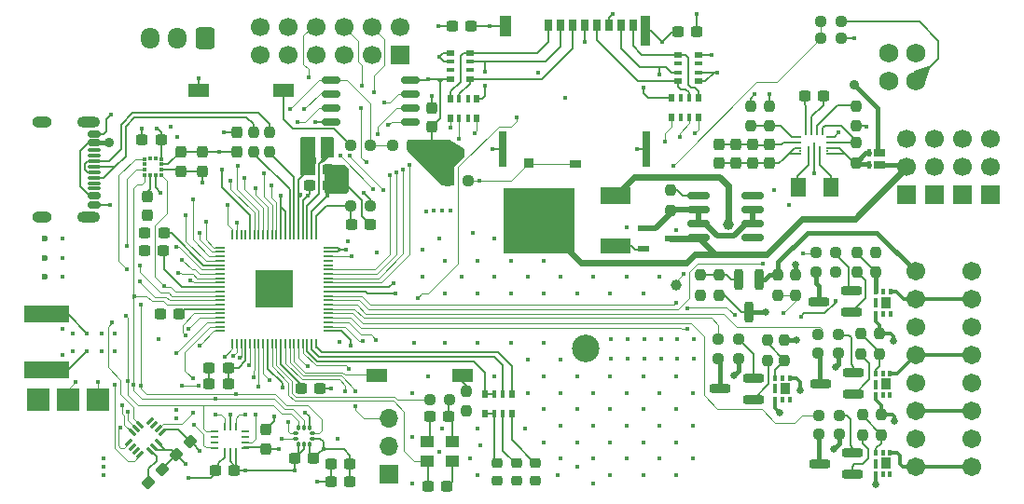
<source format=gbr>
%TF.GenerationSoftware,KiCad,Pcbnew,9.0.7*%
%TF.CreationDate,2026-01-13T15:48:45+01:00*%
%TF.ProjectId,TABv1,54414276-312e-46b6-9963-61645f706362,rev?*%
%TF.SameCoordinates,Original*%
%TF.FileFunction,Copper,L1,Top*%
%TF.FilePolarity,Positive*%
%FSLAX46Y46*%
G04 Gerber Fmt 4.6, Leading zero omitted, Abs format (unit mm)*
G04 Created by KiCad (PCBNEW 9.0.7) date 2026-01-13 15:48:45*
%MOMM*%
%LPD*%
G01*
G04 APERTURE LIST*
G04 Aperture macros list*
%AMRoundRect*
0 Rectangle with rounded corners*
0 $1 Rounding radius*
0 $2 $3 $4 $5 $6 $7 $8 $9 X,Y pos of 4 corners*
0 Add a 4 corners polygon primitive as box body*
4,1,4,$2,$3,$4,$5,$6,$7,$8,$9,$2,$3,0*
0 Add four circle primitives for the rounded corners*
1,1,$1+$1,$2,$3*
1,1,$1+$1,$4,$5*
1,1,$1+$1,$6,$7*
1,1,$1+$1,$8,$9*
0 Add four rect primitives between the rounded corners*
20,1,$1+$1,$2,$3,$4,$5,0*
20,1,$1+$1,$4,$5,$6,$7,0*
20,1,$1+$1,$6,$7,$8,$9,0*
20,1,$1+$1,$8,$9,$2,$3,0*%
%AMRotRect*
0 Rectangle, with rotation*
0 The origin of the aperture is its center*
0 $1 length*
0 $2 width*
0 $3 Rotation angle, in degrees counterclockwise*
0 Add horizontal line*
21,1,$1,$2,0,0,$3*%
G04 Aperture macros list end*
%TA.AperFunction,Conductor*%
%ADD10C,0.200000*%
%TD*%
%TA.AperFunction,SMDPad,CuDef*%
%ADD11R,2.000000X2.000000*%
%TD*%
%TA.AperFunction,SMDPad,CuDef*%
%ADD12R,0.250000X0.600000*%
%TD*%
%TA.AperFunction,SMDPad,CuDef*%
%ADD13R,0.600000X0.250000*%
%TD*%
%TA.AperFunction,SMDPad,CuDef*%
%ADD14R,0.250000X0.250000*%
%TD*%
%TA.AperFunction,SMDPad,CuDef*%
%ADD15R,0.250000X1.350000*%
%TD*%
%TA.AperFunction,SMDPad,CuDef*%
%ADD16R,0.250000X1.700000*%
%TD*%
%TA.AperFunction,SMDPad,CuDef*%
%ADD17RoundRect,0.237500X-0.237500X0.250000X-0.237500X-0.250000X0.237500X-0.250000X0.237500X0.250000X0*%
%TD*%
%TA.AperFunction,SMDPad,CuDef*%
%ADD18R,0.800000X0.500000*%
%TD*%
%TA.AperFunction,SMDPad,CuDef*%
%ADD19R,0.800000X0.400000*%
%TD*%
%TA.AperFunction,SMDPad,CuDef*%
%ADD20RoundRect,0.162500X-0.650000X-0.162500X0.650000X-0.162500X0.650000X0.162500X-0.650000X0.162500X0*%
%TD*%
%TA.AperFunction,SMDPad,CuDef*%
%ADD21RotRect,0.254000X0.787400X135.000000*%
%TD*%
%TA.AperFunction,SMDPad,CuDef*%
%ADD22RotRect,0.254000X0.787400X45.000000*%
%TD*%
%TA.AperFunction,SMDPad,CuDef*%
%ADD23RoundRect,0.237500X0.237500X-0.250000X0.237500X0.250000X-0.237500X0.250000X-0.237500X-0.250000X0*%
%TD*%
%TA.AperFunction,SMDPad,CuDef*%
%ADD24R,1.300000X1.050000*%
%TD*%
%TA.AperFunction,ComponentPad*%
%ADD25C,1.700000*%
%TD*%
%TA.AperFunction,ComponentPad*%
%ADD26R,1.700000X1.700000*%
%TD*%
%TA.AperFunction,SMDPad,CuDef*%
%ADD27RoundRect,0.237500X0.300000X0.237500X-0.300000X0.237500X-0.300000X-0.237500X0.300000X-0.237500X0*%
%TD*%
%TA.AperFunction,SMDPad,CuDef*%
%ADD28RoundRect,0.218750X0.256250X-0.218750X0.256250X0.218750X-0.256250X0.218750X-0.256250X-0.218750X0*%
%TD*%
%TA.AperFunction,ComponentPad*%
%ADD29O,1.700000X1.700000*%
%TD*%
%TA.AperFunction,SMDPad,CuDef*%
%ADD30R,0.350000X0.500000*%
%TD*%
%TA.AperFunction,SMDPad,CuDef*%
%ADD31R,0.950000X1.000000*%
%TD*%
%TA.AperFunction,SMDPad,CuDef*%
%ADD32R,0.300000X0.850000*%
%TD*%
%TA.AperFunction,SMDPad,CuDef*%
%ADD33RoundRect,0.237500X-0.250000X-0.237500X0.250000X-0.237500X0.250000X0.237500X-0.250000X0.237500X0*%
%TD*%
%TA.AperFunction,SMDPad,CuDef*%
%ADD34RoundRect,0.237500X-0.237500X0.300000X-0.237500X-0.300000X0.237500X-0.300000X0.237500X0.300000X0*%
%TD*%
%TA.AperFunction,SMDPad,CuDef*%
%ADD35R,0.700000X1.100000*%
%TD*%
%TA.AperFunction,SMDPad,CuDef*%
%ADD36R,0.900000X0.930000*%
%TD*%
%TA.AperFunction,SMDPad,CuDef*%
%ADD37R,1.050000X0.780000*%
%TD*%
%TA.AperFunction,SMDPad,CuDef*%
%ADD38R,0.700000X3.330000*%
%TD*%
%TA.AperFunction,SMDPad,CuDef*%
%ADD39R,0.860000X2.800000*%
%TD*%
%TA.AperFunction,SMDPad,CuDef*%
%ADD40R,1.140000X1.830000*%
%TD*%
%TA.AperFunction,SMDPad,CuDef*%
%ADD41R,0.500000X0.800000*%
%TD*%
%TA.AperFunction,SMDPad,CuDef*%
%ADD42R,0.400000X0.800000*%
%TD*%
%TA.AperFunction,SMDPad,CuDef*%
%ADD43RoundRect,0.237500X-0.300000X-0.237500X0.300000X-0.237500X0.300000X0.237500X-0.300000X0.237500X0*%
%TD*%
%TA.AperFunction,SMDPad,CuDef*%
%ADD44RoundRect,0.150000X-0.825000X-0.150000X0.825000X-0.150000X0.825000X0.150000X-0.825000X0.150000X0*%
%TD*%
%TA.AperFunction,SMDPad,CuDef*%
%ADD45R,1.070000X0.600000*%
%TD*%
%TA.AperFunction,SMDPad,CuDef*%
%ADD46RoundRect,0.200000X0.750000X0.200000X-0.750000X0.200000X-0.750000X-0.200000X0.750000X-0.200000X0*%
%TD*%
%TA.AperFunction,SMDPad,CuDef*%
%ADD47RoundRect,0.180000X-0.770000X-0.420000X0.770000X-0.420000X0.770000X0.420000X-0.770000X0.420000X0*%
%TD*%
%TA.AperFunction,SMDPad,CuDef*%
%ADD48RoundRect,0.050000X-0.350000X-0.050000X0.350000X-0.050000X0.350000X0.050000X-0.350000X0.050000X0*%
%TD*%
%TA.AperFunction,SMDPad,CuDef*%
%ADD49RoundRect,0.050000X-0.050000X-0.350000X0.050000X-0.350000X0.050000X0.350000X-0.050000X0.350000X0*%
%TD*%
%TA.AperFunction,HeatsinkPad*%
%ADD50R,3.400000X3.400000*%
%TD*%
%TA.AperFunction,SMDPad,CuDef*%
%ADD51R,1.016000X1.803400*%
%TD*%
%TA.AperFunction,SMDPad,CuDef*%
%ADD52R,0.385000X0.690000*%
%TD*%
%TA.AperFunction,SMDPad,CuDef*%
%ADD53R,1.035000X0.690000*%
%TD*%
%TA.AperFunction,SMDPad,CuDef*%
%ADD54RoundRect,0.237500X0.237500X-0.300000X0.237500X0.300000X-0.237500X0.300000X-0.237500X-0.300000X0*%
%TD*%
%TA.AperFunction,SMDPad,CuDef*%
%ADD55RoundRect,0.087500X0.125000X0.087500X-0.125000X0.087500X-0.125000X-0.087500X0.125000X-0.087500X0*%
%TD*%
%TA.AperFunction,SMDPad,CuDef*%
%ADD56RoundRect,0.087500X0.087500X0.125000X-0.087500X0.125000X-0.087500X-0.125000X0.087500X-0.125000X0*%
%TD*%
%TA.AperFunction,SMDPad,CuDef*%
%ADD57RoundRect,0.237500X0.250000X0.237500X-0.250000X0.237500X-0.250000X-0.237500X0.250000X-0.237500X0*%
%TD*%
%TA.AperFunction,SMDPad,CuDef*%
%ADD58RoundRect,0.237500X0.044194X0.380070X-0.380070X-0.044194X-0.044194X-0.380070X0.380070X0.044194X0*%
%TD*%
%TA.AperFunction,SMDPad,CuDef*%
%ADD59C,1.000000*%
%TD*%
%TA.AperFunction,SMDPad,CuDef*%
%ADD60R,0.787400X0.254000*%
%TD*%
%TA.AperFunction,SMDPad,CuDef*%
%ADD61R,0.254000X0.787400*%
%TD*%
%TA.AperFunction,SMDPad,CuDef*%
%ADD62R,2.800000X1.350000*%
%TD*%
%TA.AperFunction,SMDPad,CuDef*%
%ADD63R,2.800000X1.500000*%
%TD*%
%TA.AperFunction,SMDPad,CuDef*%
%ADD64R,6.500000X6.000000*%
%TD*%
%TA.AperFunction,SMDPad,CuDef*%
%ADD65R,0.375000X0.350000*%
%TD*%
%TA.AperFunction,SMDPad,CuDef*%
%ADD66R,0.350000X0.375000*%
%TD*%
%TA.AperFunction,SMDPad,CuDef*%
%ADD67RoundRect,0.250001X-0.462499X-0.624999X0.462499X-0.624999X0.462499X0.624999X-0.462499X0.624999X0*%
%TD*%
%TA.AperFunction,SMDPad,CuDef*%
%ADD68RoundRect,0.200000X-0.200000X0.750000X-0.200000X-0.750000X0.200000X-0.750000X0.200000X0.750000X0*%
%TD*%
%TA.AperFunction,SMDPad,CuDef*%
%ADD69RoundRect,0.150000X-0.425000X0.150000X-0.425000X-0.150000X0.425000X-0.150000X0.425000X0.150000X0*%
%TD*%
%TA.AperFunction,SMDPad,CuDef*%
%ADD70RoundRect,0.075000X-0.500000X0.075000X-0.500000X-0.075000X0.500000X-0.075000X0.500000X0.075000X0*%
%TD*%
%TA.AperFunction,HeatsinkPad*%
%ADD71O,2.100000X1.000000*%
%TD*%
%TA.AperFunction,HeatsinkPad*%
%ADD72O,1.800000X1.000000*%
%TD*%
%TA.AperFunction,SMDPad,CuDef*%
%ADD73RoundRect,0.237500X-0.044194X-0.380070X0.380070X0.044194X0.044194X0.380070X-0.380070X-0.044194X0*%
%TD*%
%TA.AperFunction,SMDPad,CuDef*%
%ADD74RoundRect,0.180000X0.770000X0.420000X-0.770000X0.420000X-0.770000X-0.420000X0.770000X-0.420000X0*%
%TD*%
%TA.AperFunction,ComponentPad*%
%ADD75RoundRect,0.250000X0.600000X0.725000X-0.600000X0.725000X-0.600000X-0.725000X0.600000X-0.725000X0*%
%TD*%
%TA.AperFunction,ComponentPad*%
%ADD76O,1.700000X1.950000*%
%TD*%
%TA.AperFunction,SMDPad,CuDef*%
%ADD77R,4.064000X1.524000*%
%TD*%
%TA.AperFunction,ComponentPad*%
%ADD78C,1.701800*%
%TD*%
%TA.AperFunction,ComponentPad*%
%ADD79C,1.752600*%
%TD*%
%TA.AperFunction,ComponentPad*%
%ADD80C,2.500000*%
%TD*%
%TA.AperFunction,ViaPad*%
%ADD81C,0.450000*%
%TD*%
%TA.AperFunction,ViaPad*%
%ADD82C,0.900000*%
%TD*%
%TA.AperFunction,ViaPad*%
%ADD83C,0.650000*%
%TD*%
%TA.AperFunction,ViaPad*%
%ADD84C,1.000000*%
%TD*%
%TA.AperFunction,ViaPad*%
%ADD85C,0.600000*%
%TD*%
%TA.AperFunction,Conductor*%
%ADD86C,0.125000*%
%TD*%
%TA.AperFunction,Conductor*%
%ADD87C,0.400000*%
%TD*%
%TA.AperFunction,Conductor*%
%ADD88C,1.000000*%
%TD*%
%TA.AperFunction,Conductor*%
%ADD89C,0.600000*%
%TD*%
%TA.AperFunction,Conductor*%
%ADD90C,0.350000*%
%TD*%
%TA.AperFunction,Conductor*%
%ADD91C,0.500000*%
%TD*%
G04 APERTURE END LIST*
D10*
%TO.N,/SPI1.TX*%
X82950000Y-60200000D02*
X82750000Y-60400000D01*
X82750000Y-60050000D01*
X82950000Y-60200000D01*
%TA.AperFunction,Conductor*%
G36*
X82950000Y-60200000D02*
G01*
X82750000Y-60400000D01*
X82750000Y-60050000D01*
X82950000Y-60200000D01*
G37*
%TD.AperFunction*%
%TO.N,+3V3*%
X110600000Y-40800000D02*
X110350000Y-40500000D01*
X110800000Y-40500000D01*
X110600000Y-40800000D01*
%TA.AperFunction,Conductor*%
G36*
X110600000Y-40800000D02*
G01*
X110350000Y-40500000D01*
X110800000Y-40500000D01*
X110600000Y-40800000D01*
G37*
%TD.AperFunction*%
%TD*%
D11*
%TO.P,TP7,1,1*%
%TO.N,Net-(U10-PB7{slash}UART1_RX)*%
X79500000Y-69600000D03*
%TD*%
%TO.P,TP6,1,1*%
%TO.N,Net-(U10-PB6{slash}UART1_TX)*%
X76800000Y-69600000D03*
%TD*%
%TO.P,TP5,1,1*%
%TO.N,GND*%
X74100000Y-69600000D03*
%TD*%
D12*
%TO.P,IC1,1,PS/SYNC*%
%TO.N,SYNC*%
X145250000Y-45349000D03*
%TO.P,IC1,2,PG*%
%TO.N,PG*%
X144750000Y-45349000D03*
%TO.P,IC1,3,VAUX*%
%TO.N,Net-(IC1-VAUX)*%
X144250000Y-45349000D03*
%TO.P,IC1,4,GND*%
%TO.N,GND*%
X143750000Y-45349000D03*
D13*
%TO.P,IC1,5,FB*%
%TO.N,Net-(IC1-FB)*%
X143100000Y-45775000D03*
%TO.P,IC1,6,FB2*%
%TO.N,GND*%
X143100000Y-46275000D03*
%TO.P,IC1,7,VOUT_1*%
%TO.N,+3V3*%
X143100000Y-46775000D03*
D14*
X143275000Y-47025000D03*
D13*
%TO.P,IC1,8,VOUT_2*%
X143100000Y-47275000D03*
D15*
%TO.P,IC1,9,L2*%
%TO.N,Net-(IC1-L2)*%
X144000000Y-47275000D03*
D16*
%TO.P,IC1,10,PGND*%
%TO.N,GND*%
X144500000Y-47100000D03*
D15*
%TO.P,IC1,11,L1*%
%TO.N,Net-(IC1-L1)*%
X145000000Y-47275000D03*
D13*
%TO.P,IC1,12,VIN_1*%
%TO.N,Net-(D1-K)*%
X145900000Y-47275000D03*
%TO.P,IC1,13,VIN_2*%
X145900000Y-46775000D03*
D14*
X145725000Y-47025000D03*
D13*
%TO.P,IC1,14,EN*%
%TO.N,SYNC*%
X145900000Y-46275000D03*
%TO.P,IC1,15,VSEL*%
%TO.N,GND*%
X145900000Y-45775000D03*
%TD*%
D17*
%TO.P,R8,1*%
%TO.N,Net-(R8-Pad1)*%
X131500000Y-50587500D03*
%TO.P,R8,2*%
%TO.N,Net-(Q4-Pad1)*%
X131500000Y-52412500D03*
%TD*%
D18*
%TO.P,RN8,1,R1.1*%
%TO.N,/microSD/_DAT1*%
X132200000Y-38300000D03*
D19*
%TO.P,RN8,2,R2.1*%
%TO.N,unconnected-(RN8-R2.1-Pad2)*%
X132200000Y-39100000D03*
%TO.P,RN8,3,R3.1*%
%TO.N,Net-(J7-DAT0)*%
X132200000Y-39900000D03*
D18*
%TO.P,RN8,4,R4.1*%
%TO.N,Net-(J7-CLK)*%
X132200000Y-40700000D03*
%TO.P,RN8,5,R4.2*%
%TO.N,+3V3*%
X134000000Y-40700000D03*
D19*
%TO.P,RN8,6,R3.2*%
X134000000Y-39900000D03*
%TO.P,RN8,7,R2.2*%
%TO.N,unconnected-(RN8-R2.2-Pad7)*%
X134000000Y-39100000D03*
D18*
%TO.P,RN8,8,R1.2*%
%TO.N,+3V3*%
X134000000Y-38300000D03*
%TD*%
D20*
%TO.P,U2,1,~{CS}*%
%TO.N,/SS*%
X100662500Y-40595000D03*
%TO.P,U2,2,DO/IO_{1}*%
%TO.N,/SD1*%
X100662500Y-41865000D03*
%TO.P,U2,3,~{WP}/IO_{2}*%
%TO.N,/SD2*%
X100662500Y-43135000D03*
%TO.P,U2,4,GND*%
%TO.N,GND*%
X100662500Y-44405000D03*
%TO.P,U2,5,DI/IO_{0}*%
%TO.N,/SD0*%
X107837500Y-44405000D03*
%TO.P,U2,6,CLK*%
%TO.N,/SCLK*%
X107837500Y-43135000D03*
%TO.P,U2,7,~{HOLD}/~{RESET}/IO_{3}*%
%TO.N,/SD3*%
X107837500Y-41865000D03*
%TO.P,U2,8,VCC*%
%TO.N,+3V3*%
X107837500Y-40595000D03*
%TD*%
D21*
%TO.P,U4,1,1*%
%TO.N,/SPI1.RX*%
X82272861Y-73566478D03*
%TO.P,U4,2,SDX*%
%TO.N,unconnected-(U4-SDX-Pad2)*%
X82626415Y-73920032D03*
%TO.P,U4,3,3*%
%TO.N,unconnected-(U4-Pad3)*%
X82979968Y-74273585D03*
%TO.P,U4,4,4*%
%TO.N,/IMU45_INT1*%
X83333522Y-74627139D03*
D22*
%TO.P,U4,5,5*%
%TO.N,+3V3*%
X84263651Y-74270756D03*
%TO.P,U4,6,6*%
%TO.N,GND*%
X84617203Y-73917203D03*
%TO.P,U4,7,7*%
X84970756Y-73563651D03*
D21*
%TO.P,U4,8,8*%
%TO.N,+3V3*%
X85327139Y-72633522D03*
%TO.P,U4,9,9*%
%TO.N,/IMU45_INT2*%
X84973585Y-72279968D03*
%TO.P,U4,10,10*%
%TO.N,unconnected-(U4-Pad10)*%
X84620032Y-71926415D03*
%TO.P,U4,11,11*%
%TO.N,unconnected-(U4-Pad11)*%
X84266478Y-71572861D03*
D22*
%TO.P,U4,12,12*%
%TO.N,/IMU45_CS*%
X83336349Y-71929244D03*
%TO.P,U4,13,13*%
%TO.N,/SPI1.CK*%
X82982797Y-72282797D03*
%TO.P,U4,14,14*%
%TO.N,/SPI1.TX*%
X82629244Y-72636349D03*
%TD*%
D23*
%TO.P,R34,1*%
%TO.N,Net-(Q12-G)*%
X150480000Y-65462500D03*
%TO.P,R34,2*%
%TO.N,/Pyro/PYRO_HIGH*%
X150480000Y-63637500D03*
%TD*%
D24*
%TO.P,Y1,1,1*%
%TO.N,Net-(C17-Pad2)*%
X111650000Y-73475000D03*
%TO.P,Y1,2,2*%
%TO.N,GND*%
X109350000Y-73475000D03*
%TO.P,Y1,3,3*%
%TO.N,/XIN*%
X109350000Y-75225000D03*
%TO.P,Y1,4,4*%
%TO.N,GND*%
X111650000Y-75225000D03*
%TD*%
D25*
%TO.P,J9,1,Pin_1*%
%TO.N,/PWM4*%
X152920000Y-45960000D03*
%TO.P,J9,2,Pin_2*%
%TO.N,/PWM3*%
X155460000Y-45960000D03*
%TO.P,J9,3,Pin_3*%
%TO.N,+BATT*%
X152920000Y-48500000D03*
%TO.P,J9,4,Pin_4*%
X155460000Y-48500000D03*
D26*
%TO.P,J9,5,Pin_5*%
%TO.N,GND*%
X152920000Y-51040000D03*
%TO.P,J9,6,Pin_6*%
X155460000Y-51040000D03*
%TD*%
D27*
%TO.P,C27,1*%
%TO.N,GND*%
X91862500Y-76043700D03*
%TO.P,C27,2*%
%TO.N,+3V3*%
X90137500Y-76043700D03*
%TD*%
D28*
%TO.P,D7,1,K*%
%TO.N,GND*%
X115750000Y-77000000D03*
%TO.P,D7,2,A*%
%TO.N,Net-(D7-A)*%
X115750000Y-75425000D03*
%TD*%
D26*
%TO.P,J6,1,Pin_1*%
%TO.N,GND*%
X105900000Y-76380000D03*
D29*
%TO.P,J6,2,Pin_2*%
%TO.N,Net-(J6-Pin_2)*%
X105900000Y-73840000D03*
%TO.P,J6,3,Pin_3*%
%TO.N,Net-(J6-Pin_3)*%
X105900000Y-71300000D03*
%TD*%
D30*
%TO.P,Q13,1,D*%
%TO.N,/Pyro/PYRO4*%
X151429844Y-59824500D03*
%TO.P,Q13,2,D*%
%TO.N,unconnected-(Q13-D-Pad2)*%
X150779844Y-59824500D03*
%TO.P,Q13,3,G*%
%TO.N,Net-(Q13-G)*%
X150129844Y-59824500D03*
%TO.P,Q13,4,S*%
%TO.N,/Pyro/PYRO_HIGH*%
X150129844Y-61824500D03*
%TO.P,Q13,5,D*%
%TO.N,unconnected-(Q13-D-Pad5)*%
X150779844Y-61824500D03*
%TO.P,Q13,6,D*%
%TO.N,unconnected-(Q13-D-Pad6)*%
X151429844Y-61824500D03*
D31*
%TO.P,Q13,7,D*%
%TO.N,unconnected-(Q13-D-Pad7)*%
X151069844Y-60804500D03*
D32*
%TO.P,Q13,8,S*%
%TO.N,unconnected-(Q13-S-Pad8)*%
X150089844Y-60824500D03*
%TD*%
D33*
%TO.P,R35,1*%
%TO.N,/PYRO_FIRE_4*%
X144687500Y-56281406D03*
%TO.P,R35,2*%
%TO.N,Net-(Q9-G)*%
X146512500Y-56281406D03*
%TD*%
D27*
%TO.P,C39,1*%
%TO.N,+3V3*%
X102400000Y-77100000D03*
%TO.P,C39,2*%
%TO.N,GND*%
X100675000Y-77100000D03*
%TD*%
%TO.P,C38,1*%
%TO.N,+3V3*%
X99062500Y-75000000D03*
%TO.P,C38,2*%
%TO.N,GND*%
X97337500Y-75000000D03*
%TD*%
D34*
%TO.P,C35,1*%
%TO.N,+3V3*%
X89000000Y-47137500D03*
%TO.P,C35,2*%
%TO.N,GND*%
X89000000Y-48862500D03*
%TD*%
D33*
%TO.P,R32,1*%
%TO.N,/PYRO_FIRE_3*%
X144887500Y-63700000D03*
%TO.P,R32,2*%
%TO.N,Net-(Q8-G)*%
X146712500Y-63700000D03*
%TD*%
D27*
%TO.P,C16,1*%
%TO.N,GND*%
X111162500Y-77550000D03*
%TO.P,C16,2*%
%TO.N,/XIN*%
X109437500Y-77550000D03*
%TD*%
D35*
%TO.P,J7,1,DAT2*%
%TO.N,/microSD/_DAT2*%
X120382500Y-35635000D03*
%TO.P,J7,2,CD/DAT3*%
%TO.N,/microSD/_DAT3*%
X121482500Y-35635000D03*
%TO.P,J7,3,CMD*%
%TO.N,Net-(J7-CMD)*%
X122582500Y-35635000D03*
%TO.P,J7,4,VDD*%
%TO.N,+3V3*%
X123682500Y-35635000D03*
%TO.P,J7,5,CLK*%
%TO.N,Net-(J7-CLK)*%
X124782500Y-35635000D03*
%TO.P,J7,6,VSS*%
%TO.N,GND*%
X125882500Y-35635000D03*
%TO.P,J7,7,DAT0*%
%TO.N,Net-(J7-DAT0)*%
X126982500Y-35635000D03*
%TO.P,J7,8,DAT1*%
%TO.N,/microSD/_DAT1*%
X128082500Y-35635000D03*
D36*
%TO.P,J7,9,DETECT_LEVER*%
%TO.N,/SD_detect*%
X118592500Y-48100000D03*
D37*
%TO.P,J7,10,DETECT_SWITCH*%
X122857500Y-48175000D03*
D38*
%TO.P,J7,11,11*%
%TO.N,GND*%
X129242500Y-46900000D03*
D39*
%TO.P,J7,12,12*%
X129162500Y-36135000D03*
D40*
%TO.P,J7,13,13*%
X116502500Y-35650000D03*
D38*
%TO.P,J7,14,14*%
X116282500Y-46900000D03*
%TD*%
D41*
%TO.P,RN10,1,R1.1*%
%TO.N,/L_BLUE*%
X117050000Y-69100000D03*
D42*
%TO.P,RN10,2,R2.1*%
%TO.N,/L_GREEN*%
X116250000Y-69100000D03*
%TO.P,RN10,3,R3.1*%
%TO.N,/L_RED*%
X115450000Y-69100000D03*
D41*
%TO.P,RN10,4,R4.1*%
X114650000Y-69100000D03*
%TO.P,RN10,5,R4.2*%
%TO.N,Net-(D7-A)*%
X114650000Y-70900000D03*
D42*
%TO.P,RN10,6,R3.2*%
X115450000Y-70900000D03*
%TO.P,RN10,7,R2.2*%
%TO.N,Net-(D6-A)*%
X116250000Y-70900000D03*
D41*
%TO.P,RN10,8,R1.2*%
%TO.N,Net-(D5-A)*%
X117050000Y-70900000D03*
%TD*%
D43*
%TO.P,C9,1*%
%TO.N,GND*%
X89600000Y-66730000D03*
%TO.P,C9,2*%
%TO.N,+3V3*%
X91325000Y-66730000D03*
%TD*%
%TO.P,C2,1*%
%TO.N,+3V3*%
X98700000Y-50200000D03*
%TO.P,C2,2*%
%TO.N,GND*%
X100425000Y-50200000D03*
%TD*%
D23*
%TO.P,R19,1*%
%TO.N,GND*%
X135900000Y-60112500D03*
%TO.P,R19,2*%
%TO.N,Net-(Q5-G)*%
X135900000Y-58287500D03*
%TD*%
D18*
%TO.P,RN6,1,R1.1*%
%TO.N,Net-(J7-CMD)*%
X113300000Y-40500000D03*
D19*
%TO.P,RN6,2,R2.1*%
%TO.N,unconnected-(RN6-R2.1-Pad2)*%
X113300000Y-39700000D03*
%TO.P,RN6,3,R3.1*%
%TO.N,/microSD/_DAT3*%
X113300000Y-38900000D03*
D18*
%TO.P,RN6,4,R4.1*%
%TO.N,/microSD/_DAT2*%
X113300000Y-38100000D03*
%TO.P,RN6,5,R4.2*%
%TO.N,+3V3*%
X111500000Y-38100000D03*
D19*
%TO.P,RN6,6,R3.2*%
X111500000Y-38900000D03*
%TO.P,RN6,7,R2.2*%
%TO.N,unconnected-(RN6-R2.2-Pad7)*%
X111500000Y-39700000D03*
D18*
%TO.P,RN6,8,R1.2*%
%TO.N,+3V3*%
X111500000Y-40500000D03*
%TD*%
D27*
%TO.P,C3,1*%
%TO.N,GND*%
X104225000Y-53750000D03*
%TO.P,C3,2*%
%TO.N,/AVDD*%
X102500000Y-53750000D03*
%TD*%
D23*
%TO.P,R15,1*%
%TO.N,Net-(Q7-D)*%
X140250000Y-66068750D03*
%TO.P,R15,2*%
%TO.N,Net-(Q11-G)*%
X140250000Y-64243750D03*
%TD*%
D43*
%TO.P,C1,1*%
%TO.N,+1V1*%
X98675000Y-48687500D03*
%TO.P,C1,2*%
%TO.N,GND*%
X100400000Y-48687500D03*
%TD*%
D30*
%TO.P,Q11,1,D*%
%TO.N,/Pyro/PYRO2*%
X142300000Y-67656250D03*
%TO.P,Q11,2,D*%
%TO.N,unconnected-(Q11-D-Pad2)*%
X141650000Y-67656250D03*
%TO.P,Q11,3,G*%
%TO.N,Net-(Q11-G)*%
X141000000Y-67656250D03*
%TO.P,Q11,4,S*%
%TO.N,/Pyro/PYRO_HIGH*%
X141000000Y-69656250D03*
%TO.P,Q11,5,D*%
%TO.N,unconnected-(Q11-D-Pad5)*%
X141650000Y-69656250D03*
%TO.P,Q11,6,D*%
%TO.N,unconnected-(Q11-D-Pad6)*%
X142300000Y-69656250D03*
D31*
%TO.P,Q11,7,D*%
%TO.N,unconnected-(Q11-D-Pad7)*%
X141940000Y-68636250D03*
D32*
%TO.P,Q11,8,S*%
%TO.N,unconnected-(Q11-S-Pad8)*%
X140960000Y-68656250D03*
%TD*%
D44*
%TO.P,U7,1*%
%TO.N,Net-(R8-Pad1)*%
X134025000Y-51095000D03*
%TO.P,U7,2*%
%TO.N,Net-(Q4-Pad1)*%
X134025000Y-52365000D03*
%TO.P,U7,3*%
X134025000Y-53635000D03*
%TO.P,U7,4*%
%TO.N,+BATT*%
X134025000Y-54905000D03*
%TO.P,U7,5*%
%TO.N,N/C*%
X138975000Y-54905000D03*
%TO.P,U7,6*%
%TO.N,Net-(Q4-Pad1)*%
X138975000Y-53635000D03*
%TO.P,U7,7*%
X138975000Y-52365000D03*
%TO.P,U7,8*%
%TO.N,N/C*%
X138975000Y-51095000D03*
%TD*%
D45*
%TO.P,Q4,1,1*%
%TO.N,Net-(Q4-Pad1)*%
X129010000Y-54050000D03*
%TO.P,Q4,2,2*%
%TO.N,Net-(Q1-B)*%
X129010000Y-55950000D03*
%TO.P,Q4,3,3*%
%TO.N,+BATT*%
X131490000Y-55000000D03*
%TD*%
D46*
%TO.P,Q8,1,D*%
%TO.N,Net-(Q8-D)*%
X148111844Y-69104346D03*
%TO.P,Q8,2,G*%
%TO.N,Net-(Q8-G)*%
X148111844Y-67204346D03*
%TO.P,Q8,3,S*%
%TO.N,Net-(Q8-S)*%
X145111844Y-68154346D03*
%TD*%
D28*
%TO.P,D6,1,K*%
%TO.N,GND*%
X117500000Y-77000000D03*
%TO.P,D6,2,A*%
%TO.N,Net-(D6-A)*%
X117500000Y-75425000D03*
%TD*%
D33*
%TO.P,R40,1*%
%TO.N,+3V3*%
X111287500Y-49700000D03*
%TO.P,R40,2*%
%TO.N,/SD_detect*%
X113112500Y-49700000D03*
%TD*%
D25*
%TO.P,J10,1,Pin_1*%
%TO.N,/PWM2*%
X158000000Y-45960000D03*
%TO.P,J10,2,Pin_2*%
%TO.N,/PWM1*%
X160540000Y-45960000D03*
%TO.P,J10,3,Pin_3*%
%TO.N,+BATT*%
X158000000Y-48500000D03*
%TO.P,J10,4,Pin_4*%
X160540000Y-48500000D03*
D26*
%TO.P,J10,5,Pin_5*%
%TO.N,GND*%
X158000000Y-51040000D03*
%TO.P,J10,6,Pin_6*%
X160540000Y-51040000D03*
%TD*%
D23*
%TO.P,R23,1*%
%TO.N,+3V3*%
X148300000Y-44762500D03*
%TO.P,R23,2*%
%TO.N,PG*%
X148300000Y-42937500D03*
%TD*%
%TO.P,R17,1*%
%TO.N,Net-(Q8-D)*%
X148780000Y-65475000D03*
%TO.P,R17,2*%
%TO.N,Net-(Q12-G)*%
X148780000Y-63650000D03*
%TD*%
D33*
%TO.P,R30,1*%
%TO.N,/PYRO_FIRE_2*%
X135837500Y-64156250D03*
%TO.P,R30,2*%
%TO.N,Net-(Q7-G)*%
X137662500Y-64156250D03*
%TD*%
D47*
%TO.P,SW1,1,1*%
%TO.N,GND*%
X88625000Y-41500000D03*
%TO.P,SW1,2,2*%
%TO.N,/QSPI Flash/~{USB_BOOT}*%
X96375000Y-41500000D03*
%TD*%
D23*
%TO.P,R6,1*%
%TO.N,Net-(U1-USB_DM)*%
X95100000Y-47125000D03*
%TO.P,R6,2*%
%TO.N,D-*%
X95100000Y-45300000D03*
%TD*%
D48*
%TO.P,U1,1,GPIO4*%
%TO.N,/SD_DAT0*%
X90550000Y-55800000D03*
%TO.P,U1,2,GPIO5*%
%TO.N,/SD_DAT1*%
X90550000Y-56200000D03*
%TO.P,U1,3,GPIO6*%
%TO.N,/SD_DAT2*%
X90550000Y-56600000D03*
%TO.P,U1,4,GPIO7*%
%TO.N,/SD_DAT3*%
X90550000Y-57000000D03*
%TO.P,U1,5,IOVDD*%
%TO.N,+3V3*%
X90550000Y-57400000D03*
%TO.P,U1,6,GPIO8*%
%TO.N,Net-(J11-Pin_3)*%
X90550000Y-57800000D03*
%TO.P,U1,7,GPIO9*%
%TO.N,Net-(J11-Pin_2)*%
X90550000Y-58200000D03*
%TO.P,U1,8,GPIO10*%
%TO.N,/SD_detect*%
X90550000Y-58600000D03*
%TO.P,U1,9,GPIO11*%
%TO.N,/IMU45_CS*%
X90550000Y-59000000D03*
%TO.P,U1,10,DVDD*%
%TO.N,+1V1*%
X90550000Y-59400000D03*
%TO.P,U1,11,GPIO12*%
%TO.N,/SPI1.RX*%
X90550000Y-59800000D03*
%TO.P,U1,12,GPIO13*%
%TO.N,/MAG_CS*%
X90550000Y-60200000D03*
%TO.P,U1,13,GPIO14*%
%TO.N,/SPI1.CK*%
X90550000Y-60600000D03*
%TO.P,U1,14,GPIO15*%
%TO.N,/SPI1.TX*%
X90550000Y-61000000D03*
%TO.P,U1,15,IOVDD*%
%TO.N,+3V3*%
X90550000Y-61400000D03*
%TO.P,U1,16,GPIO16*%
%TO.N,/RX_GPS*%
X90550000Y-61800000D03*
%TO.P,U1,17,GPIO17*%
%TO.N,/TX_GPS*%
X90550000Y-62200000D03*
%TO.P,U1,18,GPIO18*%
%TO.N,/IMU45_INT1*%
X90550000Y-62600000D03*
%TO.P,U1,19,GPIO19*%
%TO.N,/IMU45_INT2*%
X90550000Y-63000000D03*
%TO.P,U1,20,GPIO20*%
%TO.N,/GPIO20*%
X90550000Y-63400000D03*
D49*
%TO.P,U1,21,GPIO21*%
%TO.N,/IMU_CS*%
X91700000Y-64550000D03*
%TO.P,U1,22,GPIO22*%
%TO.N,/IMU_INT1*%
X92100000Y-64550000D03*
%TO.P,U1,23,GPIO23*%
%TO.N,/IMU_INT2*%
X92500000Y-64550000D03*
%TO.P,U1,24,IOVDD*%
%TO.N,+3V3*%
X92900000Y-64550000D03*
%TO.P,U1,25,GPIO24*%
%TO.N,/PWM1*%
X93300000Y-64550000D03*
%TO.P,U1,26,GPIO25*%
%TO.N,/PWM2*%
X93700000Y-64550000D03*
%TO.P,U1,27,GPIO26*%
%TO.N,/PWM3*%
X94100000Y-64550000D03*
%TO.P,U1,28,GPIO27*%
%TO.N,/PWM4*%
X94500000Y-64550000D03*
%TO.P,U1,29,IOVDD*%
%TO.N,+3V3*%
X94900000Y-64550000D03*
%TO.P,U1,30,XIN*%
%TO.N,/XIN*%
X95300000Y-64550000D03*
%TO.P,U1,31,XOUT*%
%TO.N,/XOUT*%
X95700000Y-64550000D03*
%TO.P,U1,32,DVDD*%
%TO.N,+1V1*%
X96100000Y-64550000D03*
%TO.P,U1,33,SWCLK*%
%TO.N,Net-(J6-Pin_2)*%
X96500000Y-64550000D03*
%TO.P,U1,34,SWDIO*%
%TO.N,Net-(J6-Pin_3)*%
X96900000Y-64550000D03*
%TO.P,U1,35,RUN*%
%TO.N,/RESET*%
X97300000Y-64550000D03*
%TO.P,U1,36,GPIO28*%
%TO.N,/BARO_INT*%
X97700000Y-64550000D03*
%TO.P,U1,37,GPIO29*%
%TO.N,/BARO_CS*%
X98100000Y-64550000D03*
%TO.P,U1,38,GPIO30*%
%TO.N,/L_RED*%
X98500000Y-64550000D03*
%TO.P,U1,39,GPIO31*%
%TO.N,/L_GREEN*%
X98900000Y-64550000D03*
%TO.P,U1,40,GPIO32*%
%TO.N,/L_BLUE*%
X99300000Y-64550000D03*
D48*
%TO.P,U1,41,IOVDD*%
%TO.N,+3V3*%
X100450000Y-63400000D03*
%TO.P,U1,42,GPIO33*%
%TO.N,/BUZZ*%
X100450000Y-63000000D03*
%TO.P,U1,43,GPIO34*%
%TO.N,PPS*%
X100450000Y-62600000D03*
%TO.P,U1,44,GPIO35*%
%TO.N,/PYRO_ENABLE*%
X100450000Y-62200000D03*
%TO.P,U1,45,GPIO36*%
%TO.N,/PYRO_FIRE_1*%
X100450000Y-61800000D03*
%TO.P,U1,46,GPIO37*%
%TO.N,/PYRO_FIRE_2*%
X100450000Y-61400000D03*
%TO.P,U1,47,GPIO38*%
%TO.N,/PYRO_FIRE_3*%
X100450000Y-61000000D03*
%TO.P,U1,48,GPIO39*%
%TO.N,/PYRO_FIRE_4*%
X100450000Y-60600000D03*
%TO.P,U1,49,GPIO40_ADC0*%
%TO.N,/PYRO_SENSE*%
X100450000Y-60200000D03*
%TO.P,U1,50,IOVDD*%
%TO.N,+3V3*%
X100450000Y-59800000D03*
%TO.P,U1,51,DVDD*%
%TO.N,+1V1*%
X100450000Y-59400000D03*
%TO.P,U1,52,GPIO41_ADC1*%
%TO.N,/GPIO41*%
X100450000Y-59000000D03*
%TO.P,U1,53,GPIO42_ADC2*%
%TO.N,/GPIO42*%
X100450000Y-58600000D03*
%TO.P,U1,54,GPIO43_ADC3*%
%TO.N,/GPIO43*%
X100450000Y-58200000D03*
%TO.P,U1,55,GPIO44_ADC4*%
%TO.N,/GPIO44*%
X100450000Y-57800000D03*
%TO.P,U1,56,GPIO45_ADC5*%
%TO.N,unconnected-(U1-GPIO45_ADC5-Pad56)*%
X100450000Y-57400000D03*
%TO.P,U1,57,GPIO46_ADC6*%
%TO.N,unconnected-(U1-GPIO46_ADC6-Pad57)*%
X100450000Y-57000000D03*
%TO.P,U1,58,GPIO47_ADC7*%
%TO.N,/BATT_SENSE*%
X100450000Y-56600000D03*
%TO.P,U1,59,ADC_AVDD*%
%TO.N,+3V3*%
X100450000Y-56200000D03*
%TO.P,U1,60,IOVDD*%
X100450000Y-55800000D03*
D49*
%TO.P,U1,61,VREG_AVDD*%
%TO.N,/AVDD*%
X99300000Y-54650000D03*
%TO.P,U1,62,VREG_PGND*%
%TO.N,GND*%
X98900000Y-54650000D03*
%TO.P,U1,63,VREG_LX*%
%TO.N,/LX*%
X98500000Y-54650000D03*
%TO.P,U1,64,VREG_VIN*%
%TO.N,+3V3*%
X98100000Y-54650000D03*
%TO.P,U1,65,VREG_FB*%
%TO.N,+1V1*%
X97700000Y-54650000D03*
%TO.P,U1,66,USB_DM*%
%TO.N,Net-(U1-USB_DM)*%
X97300000Y-54650000D03*
%TO.P,U1,67,USB_DP*%
%TO.N,Net-(U1-USB_DP)*%
X96900000Y-54650000D03*
%TO.P,U1,68,USB_OTP_VDD*%
%TO.N,+3V3*%
X96500000Y-54650000D03*
%TO.P,U1,69,QSPI_IOVDD*%
X96100000Y-54650000D03*
%TO.P,U1,70,QSPI_SD3*%
%TO.N,/SD3*%
X95700000Y-54650000D03*
%TO.P,U1,71,QSPI_SCLK*%
%TO.N,/SCLK*%
X95300000Y-54650000D03*
%TO.P,U1,72,QSPI_SD0*%
%TO.N,/SD0*%
X94900000Y-54650000D03*
%TO.P,U1,73,QSPI_SD2*%
%TO.N,/SD2*%
X94500000Y-54650000D03*
%TO.P,U1,74,QSPI_SD1*%
%TO.N,/SD1*%
X94100000Y-54650000D03*
%TO.P,U1,75,QSPI_SS*%
%TO.N,/SS*%
X93700000Y-54650000D03*
%TO.P,U1,76,IOVDD*%
%TO.N,+3V3*%
X93300000Y-54650000D03*
%TO.P,U1,77,GPIO0*%
%TO.N,/SDA_RADIO*%
X92900000Y-54650000D03*
%TO.P,U1,78,GPIO1*%
%TO.N,/SCL_RADIO*%
X92500000Y-54650000D03*
%TO.P,U1,79,GPIO2*%
%TO.N,/SD_CLK*%
X92100000Y-54650000D03*
%TO.P,U1,80,GPIO3*%
%TO.N,/SD_CMD*%
X91700000Y-54650000D03*
D50*
%TO.P,U1,81,GND*%
%TO.N,GND*%
X95500000Y-59600000D03*
%TD*%
D23*
%TO.P,R12,1*%
%TO.N,Net-(Q6-D)*%
X148900000Y-72812500D03*
%TO.P,R12,2*%
%TO.N,Net-(Q10-G)*%
X148900000Y-70987500D03*
%TD*%
D43*
%TO.P,C10,1*%
%TO.N,GND*%
X85150000Y-61875000D03*
%TO.P,C10,2*%
%TO.N,+3V3*%
X86875000Y-61875000D03*
%TD*%
D23*
%TO.P,R38,1*%
%TO.N,Net-(Q13-G)*%
X150116750Y-58043906D03*
%TO.P,R38,2*%
%TO.N,/Pyro/PYRO_HIGH*%
X150116750Y-56218906D03*
%TD*%
D27*
%TO.P,C32,1*%
%TO.N,GND*%
X113387500Y-35650000D03*
%TO.P,C32,2*%
%TO.N,+3V3*%
X111662500Y-35650000D03*
%TD*%
D30*
%TO.P,Q10,1,D*%
%TO.N,/Pyro/PYRO1*%
X151421844Y-74444000D03*
%TO.P,Q10,2,D*%
%TO.N,unconnected-(Q10-D-Pad2)*%
X150771844Y-74444000D03*
%TO.P,Q10,3,G*%
%TO.N,Net-(Q10-G)*%
X150121844Y-74444000D03*
%TO.P,Q10,4,S*%
%TO.N,/Pyro/PYRO_HIGH*%
X150121844Y-76444000D03*
%TO.P,Q10,5,D*%
%TO.N,unconnected-(Q10-D-Pad5)*%
X150771844Y-76444000D03*
%TO.P,Q10,6,D*%
%TO.N,unconnected-(Q10-D-Pad6)*%
X151421844Y-76444000D03*
D31*
%TO.P,Q10,7,D*%
%TO.N,unconnected-(Q10-D-Pad7)*%
X151061844Y-75424000D03*
D32*
%TO.P,Q10,8,S*%
%TO.N,unconnected-(Q10-S-Pad8)*%
X150081844Y-75444000D03*
%TD*%
D23*
%TO.P,R7,1*%
%TO.N,GND*%
X112950000Y-70662500D03*
%TO.P,R7,2*%
%TO.N,Net-(R7-Pad2)*%
X112950000Y-68837500D03*
%TD*%
%TO.P,R14,1*%
%TO.N,Net-(Q10-G)*%
X150600000Y-72812500D03*
%TO.P,R14,2*%
%TO.N,/Pyro/PYRO_HIGH*%
X150600000Y-70987500D03*
%TD*%
D41*
%TO.P,RN9,1,R1.1*%
%TO.N,/microSD/_DAT1*%
X134000000Y-42200000D03*
D42*
%TO.P,RN9,2,R2.1*%
%TO.N,Net-(J7-CLK)*%
X133200000Y-42200000D03*
%TO.P,RN9,3,R3.1*%
%TO.N,unconnected-(RN9-R3.1-Pad3)*%
X132400000Y-42200000D03*
D41*
%TO.P,RN9,4,R4.1*%
%TO.N,Net-(J7-DAT0)*%
X131600000Y-42200000D03*
%TO.P,RN9,5,R4.2*%
%TO.N,/SD_DAT0*%
X131600000Y-44000000D03*
D42*
%TO.P,RN9,6,R3.2*%
%TO.N,unconnected-(RN9-R3.2-Pad6)*%
X132400000Y-44000000D03*
%TO.P,RN9,7,R2.2*%
%TO.N,/SD_CLK*%
X133200000Y-44000000D03*
D41*
%TO.P,RN9,8,R1.2*%
%TO.N,/SD_DAT1*%
X134000000Y-44000000D03*
%TD*%
D27*
%TO.P,C14,1*%
%TO.N,GND*%
X99662500Y-68600000D03*
%TO.P,C14,2*%
%TO.N,+1V1*%
X97937500Y-68600000D03*
%TD*%
D51*
%TO.P,L1,1,1*%
%TO.N,+1V1*%
X98674900Y-46687500D03*
%TO.P,L1,2,2*%
%TO.N,/LX*%
X100275100Y-46687500D03*
%TD*%
D43*
%TO.P,C11,1*%
%TO.N,GND*%
X89600000Y-68200000D03*
%TO.P,C11,2*%
%TO.N,+3V3*%
X91325000Y-68200000D03*
%TD*%
D17*
%TO.P,R22,1*%
%TO.N,GND*%
X138750000Y-42937500D03*
%TO.P,R22,2*%
%TO.N,Net-(IC1-FB)*%
X138750000Y-44762500D03*
%TD*%
D52*
%TO.P,D2,1,K*%
%TO.N,Net-(D1-K)*%
X149531500Y-48300000D03*
D53*
%TO.P,D2,2,A*%
%TO.N,+BATT*%
X150443500Y-48300000D03*
%TD*%
D54*
%TO.P,C18,1*%
%TO.N,+3V3*%
X137400000Y-48162500D03*
%TO.P,C18,2*%
%TO.N,GND*%
X137400000Y-46437500D03*
%TD*%
D23*
%TO.P,R37,1*%
%TO.N,Net-(Q9-D)*%
X148396750Y-58043906D03*
%TO.P,R37,2*%
%TO.N,Net-(Q13-G)*%
X148396750Y-56218906D03*
%TD*%
D55*
%TO.P,U11,1,Vdd_IO*%
%TO.N,+3V3*%
X98962500Y-73150000D03*
%TO.P,U11,2,SCL*%
%TO.N,/SPI1.CK*%
X98962500Y-72650000D03*
D56*
%TO.P,U11,3,GND*%
%TO.N,GND*%
X98700000Y-72137500D03*
%TO.P,U11,4,SDA*%
%TO.N,/SPI1.TX*%
X98200000Y-72137500D03*
%TO.P,U11,5,SA0*%
%TO.N,/SPI1.RX*%
X97700000Y-72137500D03*
D55*
%TO.P,U11,6,~{CS}*%
%TO.N,/BARO_CS*%
X97437500Y-72650000D03*
%TO.P,U11,7,INT_DRDY*%
%TO.N,/BARO_INT*%
X97437500Y-73150000D03*
D56*
%TO.P,U11,8,GND_IO*%
%TO.N,GND*%
X97700000Y-73662500D03*
%TO.P,U11,9,GND*%
X98200000Y-73662500D03*
%TO.P,U11,10,VDD*%
%TO.N,+3V3*%
X98700000Y-73662500D03*
%TD*%
D27*
%TO.P,C34,1*%
%TO.N,+3V3*%
X85225000Y-46000000D03*
%TO.P,C34,2*%
%TO.N,GND*%
X83500000Y-46000000D03*
%TD*%
D57*
%TO.P,R3,1*%
%TO.N,+3V3*%
X108075000Y-46500000D03*
%TO.P,R3,2*%
%TO.N,/SS*%
X106250000Y-46500000D03*
%TD*%
D54*
%TO.P,C36,1*%
%TO.N,GND*%
X87000000Y-48862500D03*
%TO.P,C36,2*%
%TO.N,+3V3*%
X87000000Y-47137500D03*
%TD*%
D33*
%TO.P,R27,1*%
%TO.N,/PYRO_FIRE_1*%
X144987500Y-71100000D03*
%TO.P,R27,2*%
%TO.N,Net-(Q6-G)*%
X146812500Y-71100000D03*
%TD*%
%TO.P,R4,1*%
%TO.N,/XOUT*%
X109600000Y-69650000D03*
%TO.P,R4,2*%
%TO.N,Net-(C17-Pad2)*%
X111425000Y-69650000D03*
%TD*%
D58*
%TO.P,C30,1*%
%TO.N,GND*%
X85329879Y-75966420D03*
%TO.P,C30,2*%
%TO.N,+3V3*%
X84110119Y-77186180D03*
%TD*%
D28*
%TO.P,D5,1,K*%
%TO.N,GND*%
X119250000Y-77000000D03*
%TO.P,D5,2,A*%
%TO.N,Net-(D5-A)*%
X119250000Y-75425000D03*
%TD*%
D43*
%TO.P,C17,1*%
%TO.N,GND*%
X109637500Y-71150000D03*
%TO.P,C17,2*%
%TO.N,Net-(C17-Pad2)*%
X111362500Y-71150000D03*
%TD*%
D41*
%TO.P,RN7,1,R1.1*%
%TO.N,/microSD/_DAT3*%
X113900000Y-42250000D03*
D42*
%TO.P,RN7,2,R2.1*%
%TO.N,unconnected-(RN7-R2.1-Pad2)*%
X113100000Y-42250000D03*
%TO.P,RN7,3,R3.1*%
%TO.N,Net-(J7-CMD)*%
X112300000Y-42250000D03*
D41*
%TO.P,RN7,4,R4.1*%
%TO.N,/microSD/_DAT2*%
X111500000Y-42250000D03*
%TO.P,RN7,5,R4.2*%
%TO.N,/SD_DAT2*%
X111500000Y-44050000D03*
D42*
%TO.P,RN7,6,R3.2*%
%TO.N,/SD_CMD*%
X112300000Y-44050000D03*
%TO.P,RN7,7,R2.2*%
%TO.N,unconnected-(RN7-R2.2-Pad7)*%
X113100000Y-44050000D03*
D41*
%TO.P,RN7,8,R1.2*%
%TO.N,/SD_DAT3*%
X113900000Y-44050000D03*
%TD*%
D52*
%TO.P,D1,1,K*%
%TO.N,Net-(D1-K)*%
X149550000Y-47200000D03*
D53*
%TO.P,D1,2,A*%
%TO.N,VUSB*%
X150462000Y-47200000D03*
%TD*%
D33*
%TO.P,R1,1*%
%TO.N,/AVDD*%
X102425000Y-52000000D03*
%TO.P,R1,2*%
%TO.N,+3V3*%
X104250000Y-52000000D03*
%TD*%
D59*
%TO.P,TP1,1,1*%
%TO.N,Net-(U9-PRG)*%
X132000000Y-59200000D03*
%TD*%
D60*
%TO.P,U5,1,1*%
%TO.N,/SPI1.RX*%
X90090300Y-72499999D03*
%TO.P,U5,2,SDX*%
%TO.N,unconnected-(U5-SDX-Pad2)*%
X90090300Y-73000000D03*
%TO.P,U5,3,3*%
%TO.N,unconnected-(U5-Pad3)*%
X90090300Y-73500000D03*
%TO.P,U5,4,4*%
%TO.N,/IMU_INT1*%
X90090300Y-74000001D03*
D61*
%TO.P,U5,5,5*%
%TO.N,+3V3*%
X91000001Y-74405700D03*
%TO.P,U5,6,6*%
%TO.N,GND*%
X91500000Y-74405700D03*
%TO.P,U5,7,7*%
X91999999Y-74405700D03*
D60*
%TO.P,U5,8,8*%
%TO.N,+3V3*%
X92909700Y-74000001D03*
%TO.P,U5,9,9*%
%TO.N,/IMU_INT2*%
X92909700Y-73500000D03*
%TO.P,U5,10,10*%
%TO.N,unconnected-(U5-Pad10)*%
X92909700Y-73000000D03*
%TO.P,U5,11,11*%
%TO.N,unconnected-(U5-Pad11)*%
X92909700Y-72499999D03*
D61*
%TO.P,U5,12,12*%
%TO.N,/IMU_CS*%
X91999999Y-72094300D03*
%TO.P,U5,13,13*%
%TO.N,/SPI1.CK*%
X91500000Y-72094300D03*
%TO.P,U5,14,14*%
%TO.N,/SPI1.TX*%
X91000001Y-72094300D03*
%TD*%
D57*
%TO.P,R31,1*%
%TO.N,GND*%
X137662500Y-65906250D03*
%TO.P,R31,2*%
%TO.N,Net-(Q7-S)*%
X135837500Y-65906250D03*
%TD*%
D34*
%TO.P,C21,1*%
%TO.N,GND*%
X140500000Y-46437500D03*
%TO.P,C21,2*%
%TO.N,+3V3*%
X140500000Y-48162500D03*
%TD*%
D23*
%TO.P,R18,1*%
%TO.N,/PYRO_ENABLE*%
X134200000Y-60112500D03*
%TO.P,R18,2*%
%TO.N,Net-(Q5-G)*%
X134200000Y-58287500D03*
%TD*%
%TO.P,R13,1*%
%TO.N,/PYRO_SENSE*%
X141250000Y-60112500D03*
%TO.P,R13,2*%
%TO.N,/Pyro/PYRO_LOW*%
X141250000Y-58287500D03*
%TD*%
D62*
%TO.P,Q1,1,B*%
%TO.N,Net-(Q1-B)*%
X126480000Y-55690000D03*
D63*
%TO.P,Q1,3,E*%
%TO.N,/Pyro/PYRO_HIGH*%
X126480000Y-51110000D03*
D64*
%TO.P,Q1,4,C*%
%TO.N,+BATT*%
X119520000Y-53380000D03*
%TD*%
D30*
%TO.P,Q12,1,D*%
%TO.N,/Pyro/PYRO3*%
X151420000Y-67250000D03*
%TO.P,Q12,2,D*%
%TO.N,unconnected-(Q12-D-Pad2)*%
X150770000Y-67250000D03*
%TO.P,Q12,3,G*%
%TO.N,Net-(Q12-G)*%
X150120000Y-67250000D03*
%TO.P,Q12,4,S*%
%TO.N,/Pyro/PYRO_HIGH*%
X150120000Y-69250000D03*
%TO.P,Q12,5,D*%
%TO.N,unconnected-(Q12-D-Pad5)*%
X150770000Y-69250000D03*
%TO.P,Q12,6,D*%
%TO.N,unconnected-(Q12-D-Pad6)*%
X151420000Y-69250000D03*
D31*
%TO.P,Q12,7,D*%
%TO.N,unconnected-(Q12-D-Pad7)*%
X151060000Y-68230000D03*
D32*
%TO.P,Q12,8,S*%
%TO.N,unconnected-(Q12-S-Pad8)*%
X150080000Y-68250000D03*
%TD*%
D46*
%TO.P,Q9,1,D*%
%TO.N,Net-(Q9-D)*%
X147912000Y-61662000D03*
%TO.P,Q9,2,G*%
%TO.N,Net-(Q9-G)*%
X147912000Y-59762000D03*
%TO.P,Q9,3,S*%
%TO.N,Net-(Q9-S)*%
X144912000Y-60712000D03*
%TD*%
D33*
%TO.P,R2,1*%
%TO.N,/QSPI Flash/~{USB_BOOT}*%
X102425000Y-46500000D03*
%TO.P,R2,2*%
%TO.N,/SS*%
X104250000Y-46500000D03*
%TD*%
D65*
%TO.P,U8,1,SCL/SPC*%
%TO.N,/SPI1.CK*%
X83737500Y-47750000D03*
%TO.P,U8,2,NC*%
%TO.N,unconnected-(U8-NC-Pad2)*%
X83737500Y-48250000D03*
%TO.P,U8,3,~{CS}*%
%TO.N,/MAG_CS*%
X83737500Y-48750000D03*
%TO.P,U8,4,SDA/SDI/SDO*%
%TO.N,/SPI1.TX*%
X83737500Y-49250000D03*
D66*
%TO.P,U8,5,C1*%
%TO.N,Net-(U8-C1)*%
X84250000Y-49262500D03*
%TO.P,U8,6,GND*%
%TO.N,GND*%
X84750000Y-49262500D03*
D65*
%TO.P,U8,7,DRDY*%
%TO.N,/SPI1.RX*%
X85262500Y-49250000D03*
%TO.P,U8,8,GND*%
%TO.N,GND*%
X85262500Y-48750000D03*
%TO.P,U8,9,Vdd*%
%TO.N,+3V3*%
X85262500Y-48250000D03*
%TO.P,U8,10,Vdd_IO*%
X85262500Y-47750000D03*
D66*
%TO.P,U8,11,NC*%
%TO.N,unconnected-(U8-NC-Pad11)*%
X84750000Y-47737500D03*
%TO.P,U8,12,NC*%
%TO.N,unconnected-(U8-NC-Pad12)*%
X84250000Y-47737500D03*
%TD*%
D54*
%TO.P,C4,1*%
%TO.N,+3V3*%
X109800000Y-44862500D03*
%TO.P,C4,2*%
%TO.N,GND*%
X109800000Y-43137500D03*
%TD*%
D17*
%TO.P,R20,1*%
%TO.N,SYNC*%
X148300000Y-46287500D03*
%TO.P,R20,2*%
%TO.N,Net-(D1-K)*%
X148300000Y-48112500D03*
%TD*%
D67*
%TO.P,L2,1,1*%
%TO.N,Net-(IC1-L2)*%
X143062500Y-50300000D03*
%TO.P,L2,2,2*%
%TO.N,Net-(IC1-L1)*%
X146037500Y-50300000D03*
%TD*%
D68*
%TO.P,Q5,1,D*%
%TO.N,/Pyro/PYRO_LOW*%
X139550000Y-58700000D03*
%TO.P,Q5,2,G*%
%TO.N,Net-(Q5-G)*%
X137650000Y-58700000D03*
%TO.P,Q5,3,S*%
%TO.N,GND*%
X138600000Y-61700000D03*
%TD*%
D46*
%TO.P,Q6,1,D*%
%TO.N,Net-(Q6-D)*%
X148001844Y-76394000D03*
%TO.P,Q6,2,G*%
%TO.N,Net-(Q6-G)*%
X148001844Y-74494000D03*
%TO.P,Q6,3,S*%
%TO.N,Net-(Q6-S)*%
X145001844Y-75444000D03*
%TD*%
D57*
%TO.P,R36,1*%
%TO.N,GND*%
X146512500Y-58031406D03*
%TO.P,R36,2*%
%TO.N,Net-(Q9-S)*%
X144687500Y-58031406D03*
%TD*%
D33*
%TO.P,R42,1*%
%TO.N,/BATT_SENSE*%
X145137500Y-35250000D03*
%TO.P,R42,2*%
%TO.N,+BATT*%
X146962500Y-35250000D03*
%TD*%
D69*
%TO.P,J1,A1,GND*%
%TO.N,GND*%
X79190000Y-45500000D03*
%TO.P,J1,A4,VBUS*%
%TO.N,VUSB*%
X79190000Y-46300000D03*
D70*
%TO.P,J1,A5,CC1*%
%TO.N,unconnected-(J1-CC1-PadA5)*%
X79190000Y-47450000D03*
%TO.P,J1,A6,D+*%
%TO.N,D+*%
X79190000Y-48450000D03*
%TO.P,J1,A7,D-*%
%TO.N,D-*%
X79190000Y-48950000D03*
%TO.P,J1,A8,SBU1*%
%TO.N,unconnected-(J1-SBU1-PadA8)*%
X79190000Y-49950000D03*
D69*
%TO.P,J1,A9,VBUS*%
%TO.N,VUSB*%
X79190000Y-51100000D03*
%TO.P,J1,A12,GND*%
%TO.N,GND*%
X79190000Y-51900000D03*
%TO.P,J1,B1,GND*%
X79190000Y-51900000D03*
%TO.P,J1,B4,VBUS*%
%TO.N,VUSB*%
X79190000Y-51100000D03*
D70*
%TO.P,J1,B5,CC2*%
%TO.N,unconnected-(J1-CC2-PadB5)*%
X79190000Y-50450000D03*
%TO.P,J1,B6,D+*%
%TO.N,D+*%
X79190000Y-49450000D03*
%TO.P,J1,B7,D-*%
%TO.N,D-*%
X79190000Y-47950000D03*
%TO.P,J1,B8,SBU2*%
%TO.N,unconnected-(J1-SBU2-PadB8)*%
X79190000Y-46950000D03*
D69*
%TO.P,J1,B9,VBUS*%
%TO.N,VUSB*%
X79190000Y-46300000D03*
%TO.P,J1,B12,GND*%
%TO.N,GND*%
X79190000Y-45500000D03*
D71*
%TO.P,J1,S1,SHIELD*%
X78615000Y-44380000D03*
D72*
X74435000Y-44380000D03*
D71*
X78615000Y-53020000D03*
D72*
X74435000Y-53020000D03*
%TD*%
D54*
%TO.P,C22,1*%
%TO.N,+3V3*%
X138950000Y-48162500D03*
%TO.P,C22,2*%
%TO.N,GND*%
X138950000Y-46437500D03*
%TD*%
D57*
%TO.P,R33,1*%
%TO.N,GND*%
X146712500Y-65400000D03*
%TO.P,R33,2*%
%TO.N,Net-(Q8-S)*%
X144887500Y-65400000D03*
%TD*%
D73*
%TO.P,C29,1*%
%TO.N,GND*%
X86640119Y-74626180D03*
%TO.P,C29,2*%
%TO.N,+3V3*%
X87859879Y-73406420D03*
%TD*%
D57*
%TO.P,R28,1*%
%TO.N,GND*%
X146812500Y-72800000D03*
%TO.P,R28,2*%
%TO.N,Net-(Q6-S)*%
X144987500Y-72800000D03*
%TD*%
%TO.P,R41,1*%
%TO.N,GND*%
X146962500Y-36800000D03*
%TO.P,R41,2*%
%TO.N,/BATT_SENSE*%
X145137500Y-36800000D03*
%TD*%
D43*
%TO.P,C20,1*%
%TO.N,GND*%
X143637500Y-42050000D03*
%TO.P,C20,2*%
%TO.N,Net-(IC1-VAUX)*%
X145362500Y-42050000D03*
%TD*%
D46*
%TO.P,Q7,1,D*%
%TO.N,Net-(Q7-D)*%
X139000000Y-69606250D03*
%TO.P,Q7,2,G*%
%TO.N,Net-(Q7-G)*%
X139000000Y-67706250D03*
%TO.P,Q7,3,S*%
%TO.N,Net-(Q7-S)*%
X136000000Y-68656250D03*
%TD*%
D34*
%TO.P,C28,1*%
%TO.N,GND*%
X94700000Y-72381200D03*
%TO.P,C28,2*%
%TO.N,+3V3*%
X94700000Y-74106200D03*
%TD*%
D23*
%TO.P,R5,1*%
%TO.N,Net-(U1-USB_DP)*%
X93600000Y-47125000D03*
%TO.P,R5,2*%
%TO.N,D+*%
X93600000Y-45300000D03*
%TD*%
D74*
%TO.P,SW2,1,1*%
%TO.N,Net-(R7-Pad2)*%
X112575000Y-67400000D03*
%TO.P,SW2,2,2*%
%TO.N,/RESET*%
X104825000Y-67400000D03*
%TD*%
D34*
%TO.P,C5,1*%
%TO.N,GND*%
X92100000Y-45350000D03*
%TO.P,C5,2*%
%TO.N,+3V3*%
X92100000Y-47075000D03*
%TD*%
D23*
%TO.P,R21,1*%
%TO.N,Net-(IC1-FB)*%
X140500000Y-44762500D03*
%TO.P,R21,2*%
%TO.N,+3V3*%
X140500000Y-42937500D03*
%TD*%
D27*
%TO.P,C31,1*%
%TO.N,+3V3*%
X133875000Y-36150000D03*
%TO.P,C31,2*%
%TO.N,GND*%
X132150000Y-36150000D03*
%TD*%
D23*
%TO.P,R16,1*%
%TO.N,Net-(Q11-G)*%
X141850000Y-66068750D03*
%TO.P,R16,2*%
%TO.N,/Pyro/PYRO_HIGH*%
X141850000Y-64243750D03*
%TD*%
D34*
%TO.P,C33,1*%
%TO.N,Net-(U8-C1)*%
X83950000Y-51187500D03*
%TO.P,C33,2*%
%TO.N,GND*%
X83950000Y-52912500D03*
%TD*%
D43*
%TO.P,C15,1*%
%TO.N,GND*%
X83737500Y-56100000D03*
%TO.P,C15,2*%
%TO.N,+1V1*%
X85462500Y-56100000D03*
%TD*%
D54*
%TO.P,C19,1*%
%TO.N,+3V3*%
X135850000Y-48162500D03*
%TO.P,C19,2*%
%TO.N,GND*%
X135850000Y-46437500D03*
%TD*%
D43*
%TO.P,C12,1*%
%TO.N,GND*%
X83775000Y-54500000D03*
%TO.P,C12,2*%
%TO.N,+3V3*%
X85500000Y-54500000D03*
%TD*%
D27*
%TO.P,C40,1*%
%TO.N,+3V3*%
X102400000Y-75500000D03*
%TO.P,C40,2*%
%TO.N,GND*%
X100675000Y-75500000D03*
%TD*%
D17*
%TO.P,R29,1*%
%TO.N,GND*%
X142850000Y-58287500D03*
%TO.P,R29,2*%
%TO.N,/PYRO_SENSE*%
X142850000Y-60112500D03*
%TD*%
D75*
%TO.P,J11,1,Pin_1*%
%TO.N,GND*%
X89200000Y-36750000D03*
D76*
%TO.P,J11,2,Pin_2*%
%TO.N,Net-(J11-Pin_2)*%
X86700000Y-36750000D03*
%TO.P,J11,3,Pin_3*%
%TO.N,Net-(J11-Pin_3)*%
X84200000Y-36750000D03*
%TD*%
D26*
%TO.P,J5,1,Pin_1*%
%TO.N,GND*%
X106910000Y-38290000D03*
D25*
%TO.P,J5,2,Pin_2*%
%TO.N,+3V3*%
X106910000Y-35750000D03*
%TO.P,J5,3,Pin_3*%
%TO.N,/GPIO20*%
X104370000Y-38290000D03*
%TO.P,J5,4,Pin_4*%
%TO.N,/GPIO41*%
X104370000Y-35750000D03*
%TO.P,J5,5,Pin_5*%
%TO.N,/PWM4*%
X101830000Y-38290000D03*
%TO.P,J5,6,Pin_6*%
%TO.N,/GPIO42*%
X101830000Y-35750000D03*
%TO.P,J5,7,Pin_7*%
%TO.N,/PWM3*%
X99290000Y-38290000D03*
%TO.P,J5,8,Pin_8*%
%TO.N,/GPIO43*%
X99290000Y-35750000D03*
%TO.P,J5,9,Pin_9*%
%TO.N,/PWM2*%
X96750000Y-38290000D03*
%TO.P,J5,10,Pin_10*%
%TO.N,/GPIO44*%
X96750000Y-35750000D03*
%TO.P,J5,11,Pin_11*%
%TO.N,/PWM1*%
X94210000Y-38290000D03*
%TO.P,J5,12,Pin_12*%
%TO.N,GND*%
X94210000Y-35750000D03*
%TD*%
D77*
%TO.P,J4,2,Ext*%
%TO.N,GND*%
X74857000Y-61860000D03*
X74857000Y-66940000D03*
%TD*%
D78*
%TO.P,J15,1,1*%
%TO.N,/Pyro/PYRO1*%
X158795301Y-75769599D03*
%TO.P,J15,2,2*%
%TO.N,/Pyro/PYRO_LOW*%
X158795301Y-73229599D03*
%TO.P,J15,3,3*%
%TO.N,/Pyro/PYRO2*%
X158795301Y-70689599D03*
%TO.P,J15,4,4*%
%TO.N,/Pyro/PYRO_LOW*%
X158795301Y-68149599D03*
%TO.P,J15,5,5*%
%TO.N,/Pyro/PYRO3*%
X158795301Y-65609599D03*
%TO.P,J15,6,6*%
%TO.N,/Pyro/PYRO_LOW*%
X158795301Y-63069599D03*
%TO.P,J15,7,7*%
%TO.N,/Pyro/PYRO4*%
X158795301Y-60529599D03*
%TO.P,J15,8,8*%
%TO.N,/Pyro/PYRO_LOW*%
X158795301Y-57989599D03*
%TO.P,J15,9,9*%
%TO.N,/Pyro/PYRO1*%
X153715301Y-75769599D03*
%TO.P,J15,10,10*%
%TO.N,/Pyro/PYRO_LOW*%
X153715301Y-73229599D03*
%TO.P,J15,11,11*%
%TO.N,/Pyro/PYRO2*%
X153715301Y-70689599D03*
%TO.P,J15,12,12*%
%TO.N,/Pyro/PYRO_LOW*%
X153715301Y-68149599D03*
%TO.P,J15,13,13*%
%TO.N,/Pyro/PYRO3*%
X153715301Y-65609599D03*
%TO.P,J15,14,14*%
%TO.N,/Pyro/PYRO_LOW*%
X153715301Y-63069599D03*
%TO.P,J15,15,15*%
%TO.N,/Pyro/PYRO4*%
X153715301Y-60529599D03*
%TO.P,J15,16,16*%
%TO.N,/Pyro/PYRO_LOW*%
X153715301Y-57989599D03*
%TD*%
D79*
%TO.P,J8,1,1*%
%TO.N,unconnected-(J8-Pad1)*%
X151264452Y-40651100D03*
%TO.P,J8,2,2*%
%TO.N,unconnected-(J8-Pad2)*%
X151264452Y-38151100D03*
%TO.P,J8,3,3*%
%TO.N,+BATT*%
X153764452Y-40651100D03*
%TO.P,J8,4,4*%
%TO.N,GND*%
X153764452Y-38151100D03*
%TD*%
D80*
%TO.P,ANT1,1,1*%
%TO.N,Net-(U9-RF_IN)*%
X123750000Y-65000000D03*
%TD*%
D81*
%TO.N,Net-(U10-PB6{slash}UART1_TX)*%
X86600000Y-71300000D03*
X77500000Y-68000000D03*
%TO.N,Net-(U10-PB7{slash}UART1_RX)*%
X86625000Y-70587500D03*
X79500000Y-68000000D03*
%TO.N,GND*%
X76300000Y-63200000D03*
X76300000Y-65600000D03*
X77200000Y-63600000D03*
X77200000Y-65200000D03*
X74100000Y-69600000D03*
%TO.N,/SPI1.TX*%
X82700000Y-68300000D03*
%TO.N,+1V1*%
X97840000Y-50980000D03*
X85480000Y-56100000D03*
X97937500Y-68600000D03*
X106318224Y-59025000D03*
D82*
%TO.N,VUSB*%
X148200000Y-41000000D03*
X80500000Y-46300000D03*
D81*
%TO.N,Net-(J6-Pin_3)*%
X102850000Y-70213500D03*
X102850000Y-68850000D03*
%TO.N,Net-(J6-Pin_2)*%
X101950000Y-68837500D03*
%TO.N,Net-(J7-DAT0)*%
X130500000Y-40100000D03*
X129000000Y-41300000D03*
%TO.N,/SD_detect*%
X114100000Y-49700000D03*
X86800000Y-58100000D03*
%TO.N,/GPIO42*%
X107200000Y-48700000D03*
X103437028Y-41088500D03*
%TO.N,/PWM3*%
X94100000Y-68425735D03*
X110731327Y-52458103D03*
%TO.N,/PWM1*%
X104500000Y-50500000D03*
X101487915Y-47486500D03*
X109312332Y-52499832D03*
X93212500Y-66537500D03*
%TO.N,/PWM4*%
X111496112Y-52487500D03*
X95081249Y-67829779D03*
%TO.N,/PWM2*%
X110020831Y-52480763D03*
X93612500Y-67600000D03*
X105399000Y-50564540D03*
X102400000Y-47486500D03*
%TO.N,Net-(J11-Pin_2)*%
X86700000Y-45800000D03*
X87152470Y-56901000D03*
%TO.N,/GPIO44*%
X105999000Y-49250000D03*
%TO.N,/GPIO41*%
X107800000Y-48300000D03*
X104600000Y-41700000D03*
%TO.N,/GPIO43*%
X106600000Y-48950000D03*
X98600000Y-40300000D03*
D83*
%TO.N,/Pyro/PYRO2*%
X143250000Y-68750000D03*
%TO.N,/Pyro/PYRO_HIGH*%
X151800000Y-71600000D03*
X150121844Y-77340000D03*
X150116750Y-56218906D03*
D84*
X136700000Y-53700000D03*
D83*
X151728156Y-64292500D03*
X141425000Y-70825000D03*
X142900000Y-64243750D03*
D81*
%TO.N,/SS*%
X91508949Y-49700000D03*
X96975000Y-43200000D03*
%TO.N,/PYRO_SENSE*%
X132028768Y-60828768D03*
X133046232Y-61296232D03*
X137299265Y-61950735D03*
X141750000Y-61750000D03*
%TO.N,/PYRO_ENABLE*%
X133000000Y-63200000D03*
X134200000Y-60112500D03*
%TO.N,/PYRO_FIRE_4*%
X143550000Y-56300000D03*
X139900000Y-57250000D03*
%TO.N,/SD_DAT2*%
X88100000Y-51400000D03*
X111500000Y-44900000D03*
%TO.N,/SD_DAT3*%
X113700000Y-45400000D03*
X87500000Y-52900000D03*
%TO.N,/SD_CMD*%
X91300000Y-51900000D03*
X112300000Y-45900000D03*
%TO.N,/SD_DAT0*%
X89300000Y-53500000D03*
X131000000Y-46200000D03*
%TO.N,/SD_CLK*%
X92100000Y-53574000D03*
X132300000Y-45800000D03*
%TO.N,/SD_DAT1*%
X88700000Y-54500000D03*
X133714496Y-45400000D03*
%TO.N,/SCLK*%
X104900000Y-45500000D03*
X94600000Y-49100000D03*
%TO.N,/IMU_INT2*%
X92375001Y-65831830D03*
X93850000Y-71000000D03*
%TO.N,/SD2*%
X97600000Y-44400000D03*
X92801468Y-49500000D03*
%TO.N,/IMU45_INT2*%
X88125000Y-70787500D03*
X88125000Y-67700000D03*
%TO.N,/SPI1.RX*%
X85500000Y-59299000D03*
X81499000Y-72200000D03*
X82179998Y-67909998D03*
X82050000Y-62050000D03*
%TO.N,/IMU_CS*%
X92900000Y-71000000D03*
X91000000Y-65700000D03*
%TO.N,/SPI1.CK*%
X91500000Y-71000000D03*
X82205879Y-70750000D03*
X92050000Y-69100000D03*
X83400000Y-61000000D03*
X83350000Y-58923527D03*
X83400000Y-68350000D03*
X82150000Y-57750000D03*
%TO.N,/MAG_CS*%
X83350000Y-57400000D03*
X82150000Y-55700000D03*
%TO.N,/IMU45_INT1*%
X86600000Y-65400000D03*
X81049000Y-68300000D03*
%TO.N,/IMU_INT1*%
X88199172Y-71900000D03*
X91740000Y-65660000D03*
%TO.N,/SD3*%
X103400000Y-43100000D03*
X95288008Y-50125000D03*
X105500000Y-42600000D03*
X103886500Y-48086500D03*
%TO.N,/SD0*%
X93800000Y-50400000D03*
X105850000Y-44698529D03*
%TO.N,/BARO_INT*%
X96150000Y-73150000D03*
X98525940Y-66585500D03*
%TO.N,/SPI1.TX*%
X90200000Y-69587500D03*
X90200000Y-71000000D03*
X81700000Y-70100000D03*
%TO.N,/BARO_CS*%
X96750000Y-71650000D03*
X102250000Y-66800000D03*
%TO.N,/IMU45_CS*%
X80800000Y-62600000D03*
X87851473Y-58800000D03*
%TO.N,/SD1*%
X98250000Y-43250000D03*
X92200000Y-48400000D03*
%TO.N,/BUZZ*%
X108525000Y-60375000D03*
X117500000Y-43999000D03*
X103570000Y-64320000D03*
%TO.N,+3V3*%
X84800000Y-45000000D03*
X140500000Y-41900000D03*
X87750000Y-76750000D03*
X135750000Y-39900000D03*
X121900000Y-42200000D03*
X102440000Y-64690000D03*
X140500000Y-48162500D03*
X135200000Y-38300000D03*
X106537500Y-60000000D03*
X110412500Y-35650000D03*
X103600000Y-50800000D03*
X108675735Y-47575735D03*
X95950000Y-74100000D03*
X143300000Y-62100000D03*
X96248000Y-68552252D03*
X90750000Y-48700000D03*
X99975000Y-74125000D03*
X109300000Y-46500000D03*
X149300000Y-44800000D03*
X84110119Y-77186180D03*
X96100000Y-51100000D03*
X91325000Y-68200000D03*
X102000000Y-56000000D03*
X123682500Y-37082500D03*
X90500000Y-47100000D03*
X109500000Y-40550000D03*
X88750000Y-74250000D03*
X140900000Y-50600000D03*
X112400000Y-47026000D03*
X98563235Y-51088235D03*
X133875000Y-34600000D03*
X86875000Y-61875000D03*
X85500000Y-54500000D03*
X110475000Y-38475000D03*
X146500000Y-60700000D03*
%TO.N,/RX_GPS*%
X87112500Y-68400000D03*
X87455339Y-63802198D03*
X88612500Y-68400000D03*
%TO.N,/TX_GPS*%
X87700000Y-63200000D03*
%TO.N,PPS*%
X104737000Y-64177000D03*
%TO.N,Net-(D9-A)*%
X76250000Y-55000000D03*
X80000000Y-75000000D03*
%TO.N,Net-(D10-A)*%
X80000000Y-75750000D03*
X76250000Y-56750000D03*
%TO.N,Net-(D11-A)*%
X80000000Y-76500000D03*
X76250000Y-58500000D03*
%TO.N,Net-(J11-Pin_3)*%
X86575738Y-55724265D03*
X86100000Y-44800000D03*
%TO.N,/GPIO20*%
X102200000Y-55200000D03*
X88761765Y-64761765D03*
%TO.N,/BATT_SENSE*%
X131700000Y-48400000D03*
X102500000Y-56600000D03*
%TO.N,GND*%
X117000000Y-64500000D03*
X101300000Y-73150000D03*
X133600000Y-64100000D03*
X124500000Y-58500000D03*
X83950000Y-52912500D03*
X133500000Y-75000000D03*
X89000000Y-49900000D03*
X88625000Y-40425000D03*
X115500000Y-67500000D03*
X129000000Y-73500000D03*
X98306648Y-70793352D03*
X123000000Y-70500000D03*
X109637500Y-71150000D03*
X117000000Y-57000000D03*
X85212500Y-50812500D03*
X124500000Y-75000000D03*
X109500000Y-67500000D03*
X79800000Y-65200000D03*
X121250000Y-76500000D03*
X123000000Y-67500000D03*
X130500000Y-58500000D03*
X87500000Y-75500000D03*
X97355603Y-76062500D03*
X129100000Y-64100000D03*
X108170000Y-64501000D03*
X140500000Y-46437500D03*
X126000000Y-73500000D03*
X83737500Y-56100000D03*
X129000000Y-67500000D03*
X124500000Y-69000000D03*
X85150000Y-61875000D03*
X111000000Y-64500000D03*
X114250000Y-73750000D03*
X111000000Y-57000000D03*
X126200000Y-34600000D03*
X92899999Y-76050000D03*
X110500000Y-55000000D03*
X132000000Y-76500000D03*
X126100000Y-64100000D03*
X132000000Y-73500000D03*
X127600000Y-65900000D03*
X83775000Y-54500000D03*
X126100000Y-65900000D03*
X80600000Y-51900000D03*
X114000000Y-57000000D03*
X144525000Y-49037500D03*
X139100000Y-41900000D03*
X120000000Y-64500000D03*
X99400000Y-77100000D03*
X121500000Y-75000000D03*
X120000000Y-67500000D03*
X101300000Y-48687500D03*
X121500000Y-72000000D03*
X100700000Y-68600000D03*
X148200000Y-36800000D03*
X108000000Y-77250000D03*
X132100000Y-64100000D03*
X119475735Y-39900000D03*
X130500000Y-69000000D03*
X115750000Y-77000000D03*
X114000000Y-60000000D03*
X123000000Y-75750000D03*
X127500000Y-58500000D03*
X90900000Y-45350000D03*
X101500000Y-50200000D03*
X79800000Y-63600000D03*
X114000000Y-76500000D03*
X130600000Y-65900000D03*
D83*
X137250000Y-67406250D03*
D81*
X81000000Y-65200000D03*
X126000000Y-76500000D03*
X146766668Y-45333332D03*
D83*
X146480000Y-66650000D03*
D81*
X78500000Y-65200000D03*
X127500000Y-69000000D03*
X142200000Y-51900000D03*
X111000000Y-60000000D03*
X117500000Y-77000000D03*
X74857000Y-61860000D03*
X80700000Y-43700000D03*
X126000000Y-70500000D03*
X132100000Y-65900000D03*
X118500000Y-58500000D03*
X115500000Y-55000000D03*
X133600000Y-65900000D03*
X128400000Y-46900000D03*
D85*
X74712500Y-58500000D03*
D83*
X146512500Y-58031406D03*
D85*
X74712500Y-56750000D03*
D81*
X132000000Y-54250000D03*
X96100000Y-59000000D03*
D85*
X74712500Y-55000000D03*
D81*
X115300000Y-46900000D03*
X120000000Y-57000000D03*
X74857000Y-66940000D03*
X127500000Y-54000000D03*
X113250000Y-75000000D03*
X108000000Y-69000000D03*
X127600000Y-64100000D03*
X118250000Y-72250000D03*
D83*
X142850000Y-57350000D03*
D81*
X100300000Y-51100000D03*
X124500000Y-72000000D03*
X132000000Y-70500000D03*
X89600000Y-66730000D03*
X104812500Y-56250000D03*
D83*
X140150000Y-61700000D03*
D81*
X117000000Y-60000000D03*
X111162500Y-77550000D03*
X118500000Y-66000000D03*
X109000000Y-58500000D03*
D83*
X146300000Y-74100000D03*
D81*
X130700000Y-37100000D03*
X129000000Y-76500000D03*
X110750000Y-72250000D03*
X123000000Y-60000000D03*
X130600000Y-64100000D03*
X123000000Y-73500000D03*
X83500000Y-45000000D03*
X130500000Y-72000000D03*
X109800000Y-42000000D03*
X114000000Y-72250000D03*
X112950000Y-70662500D03*
X95476879Y-71123121D03*
X78500000Y-63600000D03*
X118500000Y-69000000D03*
X101400000Y-64400000D03*
X143637500Y-42050000D03*
X126000000Y-60000000D03*
X133500000Y-69000000D03*
X112500000Y-58500000D03*
X115500000Y-58500000D03*
X126000000Y-67500000D03*
X129000000Y-60000000D03*
X113500000Y-54500000D03*
X114000000Y-64500000D03*
X129000000Y-70500000D03*
X121500000Y-66000000D03*
X94700000Y-59000000D03*
X132000000Y-67500000D03*
X110500000Y-74350000D03*
X133500000Y-72000000D03*
X124500000Y-77250000D03*
X109000000Y-56000000D03*
X115050000Y-35650000D03*
X108000000Y-73000000D03*
X130500000Y-75000000D03*
X120000000Y-60000000D03*
X81000000Y-63600000D03*
X127500000Y-72000000D03*
X120000000Y-70500000D03*
X121500000Y-69000000D03*
X85000000Y-64149999D03*
X127500000Y-75000000D03*
X120000000Y-73500000D03*
X99200000Y-44400000D03*
X119250000Y-77000000D03*
X121500000Y-58500000D03*
X129100000Y-65900000D03*
%TO.N,/microSD/_DAT3*%
X114600000Y-41100000D03*
X114600000Y-39800000D03*
%TO.N,Net-(U9-PRG)*%
X132675000Y-58234787D03*
%TD*%
D86*
%TO.N,/IMU45_INT2*%
X88125000Y-70787500D02*
X87112500Y-71800000D01*
X87112500Y-71800000D02*
X85453553Y-71800000D01*
X85453553Y-71800000D02*
X84832588Y-72420965D01*
%TO.N,Net-(U10-PB6{slash}UART1_TX)*%
X76800000Y-68700000D02*
X77500000Y-68000000D01*
X76800000Y-69600000D02*
X76800000Y-68700000D01*
%TO.N,/SPI1.RX*%
X83100000Y-70100000D02*
X89100000Y-70100000D01*
X89313238Y-72499999D02*
X89100000Y-72286761D01*
X90289701Y-72493699D02*
X90283401Y-72499999D01*
X90283401Y-72499999D02*
X89313238Y-72499999D01*
X89100000Y-72286761D02*
X89100000Y-70100000D01*
X82179998Y-67909998D02*
X82179998Y-69179998D01*
X82179998Y-69179998D02*
X83100000Y-70100000D01*
X89100000Y-70100000D02*
X95400000Y-70100000D01*
X95400000Y-70100000D02*
X96200000Y-70900000D01*
X96200000Y-70900000D02*
X96997666Y-70900000D01*
X96997666Y-70900000D02*
X97700000Y-71602334D01*
X97700000Y-71602334D02*
X97700000Y-72137500D01*
%TO.N,/SPI1.TX*%
X90200000Y-69587500D02*
X95487500Y-69587500D01*
X95487500Y-69587500D02*
X96400000Y-70500000D01*
X96400000Y-70500000D02*
X97164766Y-70500000D01*
X97164766Y-70500000D02*
X98200000Y-71535234D01*
X98200000Y-71535234D02*
X98200000Y-72137500D01*
X90200000Y-69587500D02*
X83487500Y-69587500D01*
X83487500Y-69587500D02*
X82700000Y-68800000D01*
X82700000Y-68800000D02*
X82700000Y-68300000D01*
%TO.N,Net-(U10-PB7{slash}UART1_RX)*%
X79500000Y-69600000D02*
X79500000Y-68000000D01*
D10*
%TO.N,GND*%
X78500000Y-65200000D02*
X76760000Y-66940000D01*
X76760000Y-66940000D02*
X74980000Y-66940000D01*
X74980000Y-66940000D02*
X74857000Y-66817000D01*
X74857000Y-66817000D02*
X74857000Y-66940000D01*
X78500000Y-63600000D02*
X76760000Y-61860000D01*
X76760000Y-61860000D02*
X74980000Y-61860000D01*
X74980000Y-61860000D02*
X74857000Y-61983000D01*
X74857000Y-61983000D02*
X74857000Y-61860000D01*
D86*
%TO.N,/IMU45_INT1*%
X81049000Y-68300000D02*
X81011500Y-68337500D01*
X81011500Y-68337500D02*
X81011500Y-74011500D01*
X81011500Y-74011500D02*
X82200000Y-75200000D01*
X82200000Y-75200000D02*
X82760661Y-75200000D01*
X82760661Y-75200000D02*
X83474519Y-74486142D01*
%TO.N,/SPI1.RX*%
X81499000Y-72200000D02*
X81337500Y-72361500D01*
X81337500Y-72361500D02*
X81337500Y-73787500D01*
X81337500Y-73787500D02*
X81550000Y-74000000D01*
X81550000Y-74000000D02*
X81839339Y-74000000D01*
X81839339Y-74000000D02*
X82272861Y-73566478D01*
X82272861Y-73566478D02*
X82413858Y-73425481D01*
%TO.N,/RX_GPS*%
X87112500Y-68400000D02*
X88612500Y-68400000D01*
%TO.N,/IMU45_INT2*%
X88125000Y-67700000D02*
X87400000Y-66975000D01*
X87400000Y-66975000D02*
X87400000Y-65275000D01*
X87400000Y-65275000D02*
X89675000Y-63000000D01*
X89675000Y-63000000D02*
X90550000Y-63000000D01*
%TO.N,/SPI1.TX*%
X82700000Y-68300000D02*
X82750000Y-68250000D01*
X82750000Y-68250000D02*
X82750000Y-60150000D01*
X81700000Y-70100000D02*
X81700000Y-70934965D01*
X81700000Y-70934965D02*
X81878753Y-71113718D01*
X81878753Y-71113718D02*
X81878753Y-71885858D01*
X81878753Y-71885858D02*
X82770241Y-72777346D01*
%TO.N,/SPI1.CK*%
X82205879Y-70750000D02*
X82205879Y-71505879D01*
X82205879Y-71505879D02*
X83123794Y-72423794D01*
%TO.N,/SPI1.RX*%
X82179998Y-67909998D02*
X82179998Y-62179998D01*
X82179998Y-62179998D02*
X82050000Y-62050000D01*
D10*
%TO.N,+1V1*%
X98674900Y-46687500D02*
X98674900Y-48687400D01*
X97800000Y-68114067D02*
X97800000Y-68462500D01*
X97800000Y-68462500D02*
X97937500Y-68600000D01*
X85480000Y-56100000D02*
X85500000Y-56100000D01*
X97840000Y-50980000D02*
X97840000Y-51160000D01*
X97700000Y-49662500D02*
X97700000Y-51300000D01*
X85400000Y-56100000D02*
X85480000Y-56100000D01*
X87100000Y-59400000D02*
X90550000Y-59400000D01*
X97840000Y-51160000D02*
X97700000Y-51300000D01*
X98674900Y-48687400D02*
X98675000Y-48687500D01*
X97700000Y-51300000D02*
X97700000Y-54650000D01*
X98675000Y-48687500D02*
X97700000Y-49662500D01*
X85357500Y-56142500D02*
X85400000Y-56100000D01*
X96100000Y-64550000D02*
X96100000Y-66414066D01*
X85500000Y-57800000D02*
X87100000Y-59400000D01*
X105943224Y-59400000D02*
X100450000Y-59400000D01*
X106318224Y-59025000D02*
X105943224Y-59400000D01*
X96100000Y-66414066D02*
X97800000Y-68114067D01*
X85500000Y-56100000D02*
X85500000Y-57800000D01*
%TO.N,/LX*%
X99550000Y-48231866D02*
X99550000Y-50950000D01*
X100275100Y-46687500D02*
X100275100Y-47506766D01*
X98500000Y-52000000D02*
X98500000Y-54650000D01*
X100275100Y-47506766D02*
X99550000Y-48231866D01*
X99550000Y-50950000D02*
X98500000Y-52000000D01*
%TO.N,/AVDD*%
X102425000Y-52000000D02*
X102425000Y-53675000D01*
X99300000Y-52950000D02*
X100250000Y-52000000D01*
X100250000Y-52000000D02*
X102425000Y-52000000D01*
X102425000Y-53675000D02*
X102500000Y-53750000D01*
X99300000Y-54650000D02*
X99300000Y-52950000D01*
D86*
%TO.N,/XIN*%
X95300000Y-64550000D02*
X95300000Y-66600000D01*
X96810500Y-69186636D02*
X97349864Y-69726000D01*
X106326000Y-69726000D02*
X107300000Y-70700000D01*
D10*
X109437500Y-77550000D02*
X109437500Y-75312500D01*
D86*
X107300000Y-74300000D02*
X108225000Y-75225000D01*
X108225000Y-75225000D02*
X109350000Y-75225000D01*
X97349864Y-69726000D02*
X106326000Y-69726000D01*
X95300000Y-66600000D02*
X96810500Y-68110500D01*
D10*
X109437500Y-75312500D02*
X109350000Y-75225000D01*
D86*
X96810500Y-68110500D02*
X96810500Y-69186636D01*
X107300000Y-70700000D02*
X107300000Y-74300000D01*
D10*
%TO.N,Net-(C17-Pad2)*%
X111362500Y-69712500D02*
X111425000Y-69650000D01*
X111650000Y-73475000D02*
X111650000Y-71437500D01*
X111650000Y-71437500D02*
X111362500Y-71150000D01*
X111362500Y-71150000D02*
X111362500Y-69712500D01*
%TO.N,Net-(IC1-VAUX)*%
X144275000Y-45324000D02*
X144275000Y-43937500D01*
X144275000Y-43937500D02*
X145362500Y-42850000D01*
X145362500Y-42850000D02*
X145362500Y-42050000D01*
%TO.N,Net-(U8-C1)*%
X84250000Y-49262500D02*
X84250000Y-50525000D01*
X84250000Y-50525000D02*
X83775000Y-51000000D01*
%TO.N,VUSB*%
X79190000Y-46300000D02*
X78615001Y-46300000D01*
X78731176Y-51100000D02*
X79190000Y-51100000D01*
D87*
X148200000Y-41000000D02*
X150300000Y-43100000D01*
D10*
X77913000Y-50281824D02*
X78731176Y-51100000D01*
X77913000Y-47002001D02*
X77913000Y-50281824D01*
X78615001Y-46300000D02*
X77913000Y-47002001D01*
D87*
X150300000Y-43100000D02*
X150300000Y-47038000D01*
X80500000Y-46300000D02*
X79190000Y-46300000D01*
X150300000Y-47038000D02*
X150462000Y-47200000D01*
%TO.N,Net-(D1-K)*%
X149419000Y-48237500D02*
X149481500Y-48300000D01*
D10*
X147287500Y-47250000D02*
X148275000Y-48237500D01*
X146787500Y-46750000D02*
X147287500Y-47250000D01*
D87*
X149212500Y-47200000D02*
X149522000Y-47200000D01*
D10*
X145925000Y-47250000D02*
X147287500Y-47250000D01*
D87*
X148300000Y-48112500D02*
X149212500Y-47200000D01*
X148275000Y-48237500D02*
X149419000Y-48237500D01*
D10*
X145925000Y-46750000D02*
X146787500Y-46750000D01*
D88*
%TO.N,+BATT*%
X153815552Y-40600000D02*
X153764452Y-40651100D01*
D89*
X135520000Y-56400000D02*
X134025000Y-54905000D01*
X134025000Y-54905000D02*
X133930000Y-55000000D01*
D87*
X152720000Y-48300000D02*
X152920000Y-48500000D01*
D89*
X132908550Y-57216450D02*
X133725000Y-56400000D01*
X136250000Y-56400000D02*
X140200000Y-56400000D01*
D10*
X155800000Y-37000000D02*
X155800000Y-38615552D01*
D89*
X148220000Y-53200000D02*
X152920000Y-48500000D01*
X123356450Y-57216450D02*
X132908550Y-57216450D01*
D10*
X155800000Y-38615552D02*
X153764452Y-40651100D01*
D87*
X150393500Y-48300000D02*
X152720000Y-48300000D01*
D10*
X146962500Y-35250000D02*
X154050000Y-35250000D01*
D89*
X136250000Y-56400000D02*
X135520000Y-56400000D01*
D10*
X154050000Y-35250000D02*
X155800000Y-37000000D01*
D89*
X143400000Y-53200000D02*
X148220000Y-53200000D01*
X119520000Y-53380000D02*
X123356450Y-57216450D01*
X133725000Y-56400000D02*
X136250000Y-56400000D01*
X140200000Y-56400000D02*
X143400000Y-53200000D01*
X133930000Y-55000000D02*
X131490000Y-55000000D01*
D10*
%TO.N,PG*%
X146619366Y-42912500D02*
X148275000Y-42912500D01*
X144775000Y-45324000D02*
X144775000Y-44756866D01*
X144775000Y-44756866D02*
X146619366Y-42912500D01*
%TO.N,Net-(IC1-L1)*%
X145025000Y-47250000D02*
X145025000Y-48287500D01*
X145025000Y-48287500D02*
X146012500Y-49275000D01*
X146012500Y-49275000D02*
X146012500Y-50287500D01*
%TO.N,Net-(IC1-L2)*%
X144025000Y-47250000D02*
X144025000Y-48287500D01*
X144025000Y-48287500D02*
X143037500Y-49275000D01*
X143037500Y-49275000D02*
X143037500Y-50287500D01*
%TO.N,SYNC*%
X145925000Y-46250000D02*
X147600000Y-46250000D01*
X148275000Y-45993134D02*
X148275000Y-46412500D01*
X145275000Y-44925000D02*
X145500000Y-44700000D01*
X145275000Y-45324000D02*
X145275000Y-44925000D01*
X148112500Y-46250000D02*
X148275000Y-46412500D01*
X146981866Y-44700000D02*
X148275000Y-45993134D01*
X145500000Y-44700000D02*
X146981866Y-44700000D01*
X147600000Y-46250000D02*
X148112500Y-46250000D01*
%TO.N,Net-(IC1-FB)*%
X142450000Y-45750000D02*
X141475000Y-44775000D01*
X138750000Y-44775000D02*
X140500000Y-44775000D01*
X141475000Y-44775000D02*
X140500000Y-44775000D01*
X143125000Y-45750000D02*
X142450000Y-45750000D01*
%TO.N,D+*%
X93000000Y-44000000D02*
X93600000Y-44600000D01*
X80050000Y-49450000D02*
X81050000Y-48450000D01*
X81050000Y-48450000D02*
X82000000Y-47500000D01*
X82000000Y-47500000D02*
X82000000Y-44800000D01*
X93600000Y-44600000D02*
X93600000Y-45300000D01*
X82800000Y-44000000D02*
X93000000Y-44000000D01*
X82000000Y-44800000D02*
X82800000Y-44000000D01*
X79190000Y-49450000D02*
X80050000Y-49450000D01*
X79190000Y-48450000D02*
X81050000Y-48450000D01*
%TO.N,D-*%
X78314000Y-48682824D02*
X78581176Y-48950000D01*
X81599000Y-44633900D02*
X82633900Y-43599000D01*
X82633900Y-43599000D02*
X94099000Y-43599000D01*
X81599000Y-46901000D02*
X81599000Y-44633900D01*
X79190000Y-47950000D02*
X78581176Y-47950000D01*
X80550000Y-47950000D02*
X81599000Y-46901000D01*
X78314000Y-48217176D02*
X78314000Y-48682824D01*
X94099000Y-43599000D02*
X95100000Y-44600000D01*
X95100000Y-44600000D02*
X95100000Y-45300000D01*
X78581176Y-47950000D02*
X78314000Y-48217176D01*
X78581176Y-48950000D02*
X79190000Y-48950000D01*
X79190000Y-47950000D02*
X80550000Y-47950000D01*
D86*
%TO.N,Net-(J6-Pin_3)*%
X97636440Y-66953944D02*
X97636440Y-66947474D01*
X98895384Y-67474000D02*
X98894384Y-67475000D01*
X98894384Y-67475000D02*
X98157496Y-67475000D01*
X102850000Y-70213500D02*
X102850000Y-70550000D01*
X98157496Y-67475000D02*
X97636440Y-66953944D01*
X102850000Y-68750000D02*
X101574000Y-67474000D01*
X103600000Y-71300000D02*
X105900000Y-71300000D01*
X97636440Y-66947474D02*
X96900000Y-66211034D01*
X101574000Y-67474000D02*
X98895384Y-67474000D01*
X102850000Y-70550000D02*
X103600000Y-71300000D01*
X102850000Y-68850000D02*
X102850000Y-68750000D01*
X96900000Y-66211034D02*
X96900000Y-64550000D01*
%TO.N,Net-(J6-Pin_2)*%
X96500000Y-66300000D02*
X96500000Y-64550000D01*
X101400000Y-67800000D02*
X98000000Y-67800000D01*
X98000000Y-67800000D02*
X96500000Y-66300000D01*
X101950000Y-68350000D02*
X101400000Y-67800000D01*
X101950000Y-68837500D02*
X101950000Y-68350000D01*
D10*
%TO.N,Net-(J7-CLK)*%
X133181900Y-41701000D02*
X132880900Y-41400000D01*
X128550000Y-40700000D02*
X132200000Y-40700000D01*
X133200000Y-41701000D02*
X133181900Y-41701000D01*
X132200000Y-41200000D02*
X132200000Y-40700000D01*
X133200000Y-42200000D02*
X133200000Y-41701000D01*
X132400000Y-41400000D02*
X132200000Y-41200000D01*
X132880900Y-41400000D02*
X132400000Y-41400000D01*
X124782500Y-36932500D02*
X128550000Y-40700000D01*
X124782500Y-35635000D02*
X124782500Y-36932500D01*
%TO.N,/microSD/_DAT1*%
X134000000Y-41600000D02*
X133700000Y-41300000D01*
X134000000Y-42200000D02*
X134000000Y-41600000D01*
X128082500Y-35635000D02*
X128082500Y-37487000D01*
X133700000Y-41300000D02*
X133348000Y-41300000D01*
X133348000Y-41300000D02*
X133100000Y-41052000D01*
X132800000Y-38300000D02*
X132200000Y-38300000D01*
X128082500Y-37487000D02*
X128895500Y-38300000D01*
X133100000Y-38600000D02*
X132800000Y-38300000D01*
X133100000Y-41052000D02*
X133100000Y-38600000D01*
X128895500Y-38300000D02*
X132200000Y-38300000D01*
%TO.N,Net-(J7-DAT0)*%
X126982500Y-35635000D02*
X126982500Y-37732500D01*
X130500000Y-39400000D02*
X131100000Y-39400000D01*
X129000000Y-41750000D02*
X129450000Y-42200000D01*
X129450000Y-42200000D02*
X131600000Y-42200000D01*
X128650000Y-39400000D02*
X130500000Y-39400000D01*
X126982500Y-37732500D02*
X128650000Y-39400000D01*
X129000000Y-41300000D02*
X129000000Y-41750000D01*
X131100000Y-39400000D02*
X131600000Y-39900000D01*
X131600000Y-39900000D02*
X132200000Y-39900000D01*
X130500000Y-40100000D02*
X130500000Y-39400000D01*
D86*
%TO.N,/SD_detect*%
X114100000Y-49700000D02*
X116992500Y-49700000D01*
X86800000Y-58100000D02*
X87002000Y-58100000D01*
X88500000Y-58600000D02*
X90550000Y-58600000D01*
X118667500Y-48175000D02*
X118592500Y-48100000D01*
X87002000Y-58100000D02*
X87102000Y-58200000D01*
X114100000Y-49700000D02*
X113462500Y-49700000D01*
X88100000Y-58200000D02*
X88500000Y-58600000D01*
X87102000Y-58200000D02*
X88100000Y-58200000D01*
X116992500Y-49700000D02*
X118592500Y-48100000D01*
X113462500Y-49700000D02*
X113112500Y-49350000D01*
X122857500Y-48175000D02*
X118667500Y-48175000D01*
D10*
%TO.N,Net-(J7-CMD)*%
X113300000Y-40900000D02*
X113300000Y-40500000D01*
X122582500Y-37717500D02*
X119800000Y-40500000D01*
X122582500Y-35635000D02*
X122582500Y-37717500D01*
X112300000Y-41900000D02*
X113300000Y-40900000D01*
X112300000Y-42250000D02*
X112300000Y-41900000D01*
X119800000Y-40500000D02*
X113300000Y-40500000D01*
D86*
%TO.N,/GPIO42*%
X103100000Y-38900000D02*
X103100000Y-37020000D01*
X107200000Y-56367100D02*
X104967100Y-58600000D01*
X103100000Y-37020000D02*
X101830000Y-35750000D01*
X104967100Y-58600000D02*
X100450000Y-58600000D01*
X107200000Y-48700000D02*
X107200000Y-56367100D01*
X103437028Y-39237028D02*
X103100000Y-38900000D01*
X103437028Y-41088500D02*
X103437028Y-39237028D01*
%TO.N,/PWM3*%
X94100000Y-68425735D02*
X94100000Y-64550000D01*
%TO.N,/PWM1*%
X93212500Y-66537500D02*
X93300000Y-66450000D01*
X104500000Y-50500000D02*
X104500000Y-50498585D01*
X104500000Y-50498585D02*
X101487915Y-47486500D01*
X93300000Y-66450000D02*
X93300000Y-64550000D01*
%TO.N,/PWM4*%
X95081249Y-67829779D02*
X94500000Y-67248530D01*
X94500000Y-67248530D02*
X94500000Y-64550000D01*
%TO.N,/PWM2*%
X93612500Y-67600000D02*
X93612500Y-66987500D01*
X93700000Y-66900000D02*
X93700000Y-64550000D01*
X93612500Y-66987500D02*
X93700000Y-66900000D01*
X102400000Y-47565540D02*
X102400000Y-47486500D01*
X105399000Y-50564540D02*
X102400000Y-47565540D01*
%TO.N,Net-(J11-Pin_2)*%
X88051470Y-57800000D02*
X88300000Y-57800000D01*
X88700000Y-58200000D02*
X90550000Y-58200000D01*
X87152470Y-56901000D02*
X88051470Y-57800000D01*
X88300000Y-57800000D02*
X88700000Y-58200000D01*
%TO.N,/GPIO44*%
X104632900Y-57800000D02*
X100450000Y-57800000D01*
X105999000Y-49250000D02*
X105999000Y-56433900D01*
X105999000Y-56433900D02*
X104632900Y-57800000D01*
%TO.N,/GPIO41*%
X107800000Y-56400000D02*
X105200000Y-59000000D01*
X104600000Y-41700000D02*
X104600000Y-40200000D01*
X105521000Y-36901000D02*
X104370000Y-35750000D01*
X105200000Y-59000000D02*
X100450000Y-59000000D01*
X105521000Y-39279000D02*
X105521000Y-36901000D01*
X107800000Y-48300000D02*
X107800000Y-56400000D01*
X104600000Y-40200000D02*
X105521000Y-39279000D01*
%TO.N,/GPIO43*%
X104800000Y-58200000D02*
X100450000Y-58200000D01*
X98600000Y-40300000D02*
X98600000Y-39600000D01*
X106600000Y-56400000D02*
X104800000Y-58200000D01*
X98139000Y-36561000D02*
X98950000Y-35750000D01*
X98139000Y-39139000D02*
X98139000Y-36561000D01*
X98950000Y-35750000D02*
X99290000Y-35750000D01*
X106600000Y-48950000D02*
X106600000Y-56400000D01*
X98600000Y-39600000D02*
X98139000Y-39139000D01*
D87*
%TO.N,/Pyro/PYRO_LOW*%
X140500000Y-58250000D02*
X140050000Y-58700000D01*
X141250000Y-57100000D02*
X143900000Y-54450000D01*
X141250000Y-58287500D02*
X141250000Y-57100000D01*
X143900000Y-54450000D02*
X150175702Y-54450000D01*
X141250000Y-58287500D02*
X141212500Y-58250000D01*
X141212500Y-58250000D02*
X140500000Y-58250000D01*
X150175702Y-54450000D02*
X153715301Y-57989599D01*
X140050000Y-58700000D02*
X139550000Y-58700000D01*
D90*
%TO.N,/Pyro/PYRO3*%
X152080000Y-67250000D02*
X151420000Y-67250000D01*
X152080000Y-67244900D02*
X153715301Y-65609599D01*
X153715301Y-65609599D02*
X158795301Y-65609599D01*
X152080000Y-67250000D02*
X152080000Y-67244900D01*
%TO.N,/Pyro/PYRO4*%
X152650645Y-60529599D02*
X153715301Y-60529599D01*
X153715301Y-60529599D02*
X158795301Y-60529599D01*
X151945546Y-59824500D02*
X152650645Y-60529599D01*
X151429844Y-59824500D02*
X151945546Y-59824500D01*
%TO.N,/Pyro/PYRO2*%
X143250000Y-68000000D02*
X142906250Y-67656250D01*
X142906250Y-67656250D02*
X142300000Y-67656250D01*
X143250000Y-68750000D02*
X143250000Y-68000000D01*
X153715301Y-70689599D02*
X158795301Y-70689599D01*
%TO.N,/Pyro/PYRO1*%
X152044000Y-74444000D02*
X152300000Y-74700000D01*
X153715301Y-75769599D02*
X158795301Y-75769599D01*
X152300000Y-74700000D02*
X152300000Y-75500000D01*
X152300000Y-75500000D02*
X152569599Y-75769599D01*
X152569599Y-75769599D02*
X153715301Y-75769599D01*
X151421844Y-74444000D02*
X152044000Y-74444000D01*
D10*
%TO.N,Net-(Q1-B)*%
X127940000Y-55690000D02*
X128250000Y-56000000D01*
X126480000Y-55690000D02*
X127940000Y-55690000D01*
X128760000Y-56000000D02*
X128810000Y-55950000D01*
X126920000Y-55250000D02*
X126480000Y-55690000D01*
X128250000Y-56000000D02*
X128760000Y-56000000D01*
X128810000Y-55950000D02*
X129010000Y-55950000D01*
%TO.N,/Pyro/PYRO_HIGH*%
X150276000Y-63433500D02*
X150480000Y-63637500D01*
D90*
X150120000Y-69250000D02*
X150120000Y-69620000D01*
X151473156Y-63637500D02*
X151728156Y-63892500D01*
X150120000Y-69620000D02*
X150600000Y-70100000D01*
D89*
X128190000Y-49400000D02*
X126480000Y-51110000D01*
D90*
X151597901Y-70987500D02*
X150600000Y-70987500D01*
X141000000Y-70400000D02*
X141000000Y-69656250D01*
D89*
X136700000Y-50200000D02*
X135900000Y-49400000D01*
D90*
X150480000Y-63637500D02*
X151473156Y-63637500D01*
D87*
X142900000Y-64243750D02*
X141850000Y-64243750D01*
D90*
X151728156Y-63892500D02*
X151728156Y-64292500D01*
X150480000Y-62840000D02*
X150480000Y-63637500D01*
X150121844Y-77340000D02*
X150121844Y-76444000D01*
X150129844Y-62489844D02*
X150480000Y-62840000D01*
X151800000Y-71600000D02*
X151800000Y-71189599D01*
X141425000Y-70825000D02*
X141000000Y-70400000D01*
X150600000Y-70100000D02*
X150600000Y-70987500D01*
D89*
X136700000Y-53700000D02*
X136700000Y-50200000D01*
D90*
X150129844Y-61824500D02*
X150129844Y-62489844D01*
X151800000Y-71189599D02*
X151597901Y-70987500D01*
D89*
X135900000Y-49400000D02*
X128190000Y-49400000D01*
D10*
%TO.N,Net-(Q5-G)*%
X136537500Y-58287500D02*
X137000000Y-58750000D01*
X135900000Y-58287500D02*
X136537500Y-58287500D01*
X137600000Y-58750000D02*
X137650000Y-58700000D01*
X137000000Y-58750000D02*
X137600000Y-58750000D01*
X134200000Y-58287500D02*
X135900000Y-58287500D01*
D87*
%TO.N,Net-(Q6-S)*%
X144987500Y-72800000D02*
X144987500Y-75429656D01*
X144987500Y-75429656D02*
X145001844Y-75444000D01*
D10*
%TO.N,Net-(Q6-D)*%
X148001844Y-76394000D02*
X148001844Y-75698156D01*
X148200000Y-75500000D02*
X148900000Y-75500000D01*
X149400000Y-74100000D02*
X148900000Y-73600000D01*
X148900000Y-73600000D02*
X148900000Y-72812500D01*
X148001844Y-75698156D02*
X148200000Y-75500000D01*
X148900000Y-75500000D02*
X149400000Y-75000000D01*
X149400000Y-75000000D02*
X149400000Y-74100000D01*
%TO.N,Net-(Q6-G)*%
X146812500Y-71100000D02*
X147500000Y-71100000D01*
X147500000Y-71100000D02*
X147800000Y-71400000D01*
X147800000Y-71400000D02*
X147800000Y-73800000D01*
X147800000Y-73800000D02*
X148001844Y-74001844D01*
X148001844Y-74001844D02*
X148001844Y-74494000D01*
%TO.N,Net-(Q7-D)*%
X139000000Y-69606250D02*
X140400000Y-68206250D01*
X140400000Y-66218750D02*
X140250000Y-66068750D01*
X140400000Y-68206250D02*
X140400000Y-66218750D01*
%TO.N,Net-(Q7-G)*%
X137662500Y-64156250D02*
X139000000Y-65493750D01*
X139000000Y-65493750D02*
X139000000Y-67706250D01*
D87*
%TO.N,Net-(Q7-S)*%
X136000000Y-68656250D02*
X136000000Y-66068750D01*
X136000000Y-66068750D02*
X135837500Y-65906250D01*
D10*
%TO.N,Net-(Q8-D)*%
X148640000Y-65430000D02*
X149550000Y-66340000D01*
X149550000Y-66340000D02*
X149550000Y-67810000D01*
X149550000Y-67810000D02*
X148040000Y-69320000D01*
D87*
%TO.N,Net-(Q8-S)*%
X145040000Y-65457500D02*
X145127500Y-65370000D01*
X145040000Y-68370000D02*
X145040000Y-65457500D01*
D10*
%TO.N,Net-(Q8-G)*%
X146812500Y-63700000D02*
X146712500Y-63700000D01*
X147880000Y-66450000D02*
X147880000Y-63950000D01*
X148111844Y-66681844D02*
X147880000Y-66450000D01*
X147680000Y-63750000D02*
X146862500Y-63750000D01*
X146862500Y-63750000D02*
X146812500Y-63700000D01*
X148111844Y-67204346D02*
X148111844Y-66681844D01*
X147880000Y-63950000D02*
X147680000Y-63750000D01*
D87*
%TO.N,Net-(Q9-S)*%
X144912000Y-60712000D02*
X144912000Y-59312000D01*
X144912000Y-59312000D02*
X144687500Y-59087500D01*
X144687500Y-59087500D02*
X144687500Y-58031406D01*
D10*
%TO.N,Net-(Q9-D)*%
X149163000Y-60411000D02*
X147912000Y-61662000D01*
X149163000Y-58810156D02*
X149163000Y-60411000D01*
X148396750Y-58043906D02*
X149163000Y-58810156D01*
%TO.N,Net-(Q9-G)*%
X147620750Y-57617272D02*
X147620750Y-59470750D01*
X147203478Y-57200000D02*
X147620750Y-57617272D01*
X146779250Y-56548156D02*
X146779250Y-56779250D01*
X146779250Y-56779250D02*
X147200000Y-57200000D01*
X147200000Y-57200000D02*
X147203478Y-57200000D01*
X146512500Y-56281406D02*
X146779250Y-56548156D01*
X147620750Y-59470750D02*
X147912000Y-59762000D01*
%TO.N,Net-(Q10-G)*%
X150121844Y-74444000D02*
X150121844Y-74078156D01*
X150600000Y-73600000D02*
X150600000Y-72812500D01*
X148900000Y-70987500D02*
X148900000Y-71112500D01*
X150121844Y-74078156D02*
X150600000Y-73600000D01*
X148900000Y-71112500D02*
X150600000Y-72812500D01*
%TO.N,Net-(Q11-G)*%
X141850000Y-66068750D02*
X141000000Y-66918750D01*
X140250000Y-64468750D02*
X141850000Y-66068750D01*
X141000000Y-66918750D02*
X141000000Y-67656250D01*
X140250000Y-64243750D02*
X140250000Y-64468750D01*
%TO.N,Net-(Q12-G)*%
X150480000Y-65344344D02*
X150480000Y-65462500D01*
X150120000Y-66910000D02*
X150480000Y-66550000D01*
X150120000Y-67250000D02*
X150120000Y-66910000D01*
X150480000Y-66550000D02*
X150480000Y-65462500D01*
X148780000Y-63650000D02*
X150431844Y-65301844D01*
%TO.N,Net-(Q13-G)*%
X150129844Y-58057000D02*
X150116750Y-58043906D01*
X150116750Y-58043906D02*
X148396750Y-56323906D01*
X148396750Y-56323906D02*
X148396750Y-56218906D01*
D87*
X150129844Y-59824500D02*
X150129844Y-58057000D01*
D86*
%TO.N,/SS*%
X99580000Y-40595000D02*
X100662500Y-40595000D01*
X93700000Y-54650000D02*
X93700000Y-52650000D01*
X104250000Y-46500000D02*
X104250000Y-42750000D01*
X101474999Y-40595000D02*
X100662500Y-40595000D01*
X101479999Y-40600000D02*
X101474999Y-40595000D01*
X102100000Y-40600000D02*
X101479999Y-40600000D01*
X96975000Y-43200000D02*
X99580000Y-40595000D01*
X106250000Y-46500000D02*
X104250000Y-46500000D01*
X104250000Y-42750000D02*
X102100000Y-40600000D01*
X91508949Y-50458949D02*
X91508949Y-49700000D01*
X93700000Y-52650000D02*
X91508949Y-50458949D01*
D10*
%TO.N,/QSPI Flash/~{USB_BOOT}*%
X102425000Y-46500000D02*
X100956000Y-45031000D01*
X97231000Y-45031000D02*
X96375000Y-44175000D01*
X100956000Y-45031000D02*
X97231000Y-45031000D01*
X96375000Y-44175000D02*
X96375000Y-41500000D01*
D86*
%TO.N,/XOUT*%
X97136500Y-69051602D02*
X97484898Y-69400000D01*
X106461034Y-69400000D02*
X106711034Y-69650000D01*
X106711034Y-69650000D02*
X109600000Y-69650000D01*
X97484898Y-69400000D02*
X106461034Y-69400000D01*
X95700000Y-66528132D02*
X96035933Y-66864067D01*
X95700000Y-64550000D02*
X95700000Y-66528132D01*
X96035933Y-66864067D02*
X97136500Y-67964633D01*
X97136500Y-67964633D02*
X97136500Y-69051602D01*
D10*
%TO.N,Net-(U1-USB_DP)*%
X96900000Y-54650000D02*
X96900000Y-50500000D01*
X96900000Y-50500000D02*
X93812500Y-47412500D01*
X93312500Y-47412500D02*
X93600000Y-47125000D01*
X93812500Y-47412500D02*
X93312500Y-47412500D01*
%TO.N,Net-(U1-USB_DM)*%
X97300000Y-49400000D02*
X95375000Y-47475000D01*
X94750000Y-47475000D02*
X95100000Y-47125000D01*
X95375000Y-47475000D02*
X94750000Y-47475000D01*
X97300000Y-54650000D02*
X97300000Y-49400000D01*
%TO.N,Net-(R7-Pad2)*%
X112950000Y-68325000D02*
X111975000Y-67350000D01*
X112950000Y-68837500D02*
X112950000Y-68325000D01*
%TO.N,Net-(R8-Pad1)*%
X132087500Y-50587500D02*
X131500000Y-50587500D01*
X132595000Y-51095000D02*
X132087500Y-50587500D01*
X134025000Y-51095000D02*
X132595000Y-51095000D01*
D86*
%TO.N,/PYRO_SENSE*%
X142850000Y-60650000D02*
X142850000Y-60112500D01*
X133092464Y-61250000D02*
X136598530Y-61250000D01*
X104250000Y-61000000D02*
X103450000Y-60200000D01*
X133046232Y-61296232D02*
X133092464Y-61250000D01*
X141750000Y-61750000D02*
X142850000Y-60650000D01*
X136598530Y-61250000D02*
X137299265Y-61950735D01*
X131857536Y-61000000D02*
X104250000Y-61000000D01*
X132028768Y-60828768D02*
X131857536Y-61000000D01*
X103450000Y-60200000D02*
X100450000Y-60200000D01*
X142850000Y-60112500D02*
X141250000Y-60112500D01*
%TO.N,/PYRO_ENABLE*%
X102475000Y-62200000D02*
X100450000Y-62200000D01*
X132400000Y-63100000D02*
X103375000Y-63100000D01*
X103375000Y-63100000D02*
X102475000Y-62200000D01*
X132500000Y-63200000D02*
X132400000Y-63100000D01*
X133000000Y-63200000D02*
X132500000Y-63200000D01*
%TO.N,/PYRO_FIRE_1*%
X139750000Y-70500000D02*
X141000000Y-71750000D01*
X143400000Y-71100000D02*
X144987500Y-71100000D01*
X102650000Y-61800000D02*
X103525000Y-62675000D01*
X134500000Y-69250000D02*
X135750000Y-70500000D01*
X133325000Y-62675000D02*
X134500000Y-63850000D01*
X103525000Y-62675000D02*
X133325000Y-62675000D01*
X142750000Y-71750000D02*
X143400000Y-71100000D01*
X134500000Y-63850000D02*
X134500000Y-69250000D01*
X141000000Y-71750000D02*
X142750000Y-71750000D01*
X100450000Y-61800000D02*
X102650000Y-61800000D01*
X135750000Y-70500000D02*
X139750000Y-70500000D01*
%TO.N,/PYRO_FIRE_2*%
X135837500Y-62837500D02*
X135837500Y-64156250D01*
X135225000Y-62225000D02*
X135837500Y-62837500D01*
X102825000Y-61400000D02*
X103650000Y-62225000D01*
X100450000Y-61400000D02*
X102825000Y-61400000D01*
X103650000Y-62225000D02*
X135225000Y-62225000D01*
%TO.N,/PYRO_FIRE_3*%
X137500000Y-63000000D02*
X145000000Y-63000000D01*
X145167500Y-63167500D02*
X145167500Y-63520000D01*
X136324000Y-61824000D02*
X137500000Y-63000000D01*
X103000000Y-61000000D02*
X103824000Y-61824000D01*
X103824000Y-61824000D02*
X136324000Y-61824000D01*
X144987500Y-63700000D02*
X144887500Y-63700000D01*
X145000000Y-63000000D02*
X145167500Y-63167500D01*
X100450000Y-61000000D02*
X103000000Y-61000000D01*
X145167500Y-63520000D02*
X144987500Y-63700000D01*
%TO.N,/PYRO_FIRE_4*%
X139900000Y-57250000D02*
X133950000Y-57250000D01*
X144668906Y-56300000D02*
X144687500Y-56281406D01*
X133200000Y-60400000D02*
X132177000Y-61423000D01*
X143550000Y-56300000D02*
X144668906Y-56300000D01*
X104023000Y-61423000D02*
X103200000Y-60600000D01*
X103200000Y-60600000D02*
X100450000Y-60600000D01*
X133950000Y-57250000D02*
X133200000Y-58000000D01*
X133200000Y-58000000D02*
X133200000Y-60400000D01*
X132177000Y-61423000D02*
X104023000Y-61423000D01*
%TO.N,/SD_DAT2*%
X88100000Y-51400000D02*
X88100000Y-55100000D01*
X88100000Y-55100000D02*
X89600000Y-56600000D01*
X111500000Y-44900000D02*
X111500000Y-44050000D01*
X89600000Y-56600000D02*
X90550000Y-56600000D01*
%TO.N,/SD_DAT3*%
X113700000Y-45400000D02*
X113900000Y-45200000D01*
X113900000Y-45200000D02*
X113900000Y-44050000D01*
X87500000Y-52900000D02*
X87500000Y-55200000D01*
X89300000Y-57000000D02*
X90550000Y-57000000D01*
X87500000Y-55200000D02*
X89300000Y-57000000D01*
%TO.N,/SD_CMD*%
X91300000Y-51900000D02*
X91300000Y-53700000D01*
X91700000Y-54100000D02*
X91700000Y-54650000D01*
X112300000Y-45900000D02*
X112300000Y-44050000D01*
X91300000Y-53700000D02*
X91700000Y-54100000D01*
%TO.N,/SD_DAT0*%
X131600000Y-44800000D02*
X131600000Y-44000000D01*
X131000000Y-45400000D02*
X131600000Y-44800000D01*
X90000000Y-55800000D02*
X90550000Y-55800000D01*
X89300000Y-53500000D02*
X89300000Y-55100000D01*
X131000000Y-46200000D02*
X131000000Y-45400000D01*
X89300000Y-55100000D02*
X90000000Y-55800000D01*
%TO.N,/SD_CLK*%
X132300000Y-45400000D02*
X133200000Y-44500000D01*
X132300000Y-45800000D02*
X132300000Y-45400000D01*
X133200000Y-44500000D02*
X133200000Y-44000000D01*
X92100000Y-53574000D02*
X92100000Y-54650000D01*
%TO.N,/SD_DAT1*%
X88700000Y-55100000D02*
X89800000Y-56200000D01*
X133714496Y-45385504D02*
X134000000Y-45100000D01*
X133714496Y-45400000D02*
X133714496Y-45385504D01*
X88700000Y-54500000D02*
X88700000Y-55100000D01*
X89800000Y-56200000D02*
X90550000Y-56200000D01*
X134000000Y-45100000D02*
X134000000Y-44000000D01*
%TO.N,/RESET*%
X97962440Y-66818910D02*
X97962440Y-66812440D01*
X97300000Y-66150000D02*
X97300000Y-64550000D01*
X98760350Y-67148000D02*
X98759350Y-67149000D01*
X104225000Y-67350000D02*
X101911034Y-67350000D01*
X101709034Y-67148000D02*
X98760350Y-67148000D01*
X98292530Y-67149000D02*
X97962440Y-66818910D01*
X101911034Y-67350000D02*
X101709034Y-67148000D01*
X97962440Y-66812440D02*
X97300000Y-66150000D01*
X98759350Y-67149000D02*
X98292530Y-67149000D01*
%TO.N,/SCLK*%
X94600000Y-49100000D02*
X94600000Y-51200000D01*
X106565000Y-43135000D02*
X107837500Y-43135000D01*
X104900000Y-45500000D02*
X104900000Y-44800000D01*
X95300000Y-51900000D02*
X95300000Y-54650000D01*
X104900000Y-44800000D02*
X106565000Y-43135000D01*
X94600000Y-51200000D02*
X95300000Y-51900000D01*
%TO.N,/IMU_INT2*%
X93506300Y-73493700D02*
X92710301Y-73493700D01*
X92500000Y-65706831D02*
X92500000Y-64550000D01*
X92375001Y-65831830D02*
X92500000Y-65706831D01*
X93850000Y-71000000D02*
X93850000Y-73150000D01*
X93850000Y-73150000D02*
X93506300Y-73493700D01*
%TO.N,/SD2*%
X98300000Y-44400000D02*
X99565000Y-43135000D01*
X92801468Y-50535668D02*
X94500000Y-52234200D01*
X99565000Y-43135000D02*
X100662500Y-43135000D01*
X94500000Y-52234200D02*
X94500000Y-54650000D01*
X92801468Y-49500000D02*
X92801468Y-50535668D01*
X97600000Y-44400000D02*
X98300000Y-44400000D01*
%TO.N,/SPI1.RX*%
X85500000Y-59299000D02*
X85500000Y-59325000D01*
X85500000Y-59325000D02*
X85575000Y-59400000D01*
X85575000Y-59400000D02*
X86100000Y-59400000D01*
X86500000Y-59800000D02*
X90550000Y-59800000D01*
X84624000Y-58423000D02*
X84624000Y-53776000D01*
X84624000Y-53776000D02*
X85738500Y-52661500D01*
X85500000Y-59299000D02*
X84624000Y-58423000D01*
X85738500Y-49726000D02*
X85262500Y-49250000D01*
X86100000Y-59400000D02*
X86500000Y-59800000D01*
X85738500Y-52661500D02*
X85738500Y-49726000D01*
D10*
%TO.N,Net-(D5-A)*%
X117050000Y-70900000D02*
X117050000Y-73300000D01*
X117050000Y-73300000D02*
X119250000Y-75500000D01*
D86*
%TO.N,/IMU_CS*%
X92900000Y-71000000D02*
X92300000Y-71000000D01*
X92000000Y-71300000D02*
X92000000Y-72287400D01*
X92300000Y-71000000D02*
X92000000Y-71300000D01*
X91000000Y-65700000D02*
X91700000Y-65000000D01*
X91700000Y-65000000D02*
X91700000Y-64550000D01*
%TO.N,/SPI1.CK*%
X83900000Y-69100000D02*
X95600000Y-69100000D01*
X95600000Y-69100000D02*
X96600000Y-70100000D01*
X83350000Y-58923527D02*
X83350000Y-58950000D01*
X83400000Y-68600000D02*
X83900000Y-69100000D01*
X81400000Y-49200000D02*
X81400000Y-57000000D01*
X83400000Y-68350000D02*
X83400000Y-68600000D01*
X99550000Y-72650000D02*
X98962500Y-72650000D01*
X96600000Y-70100000D02*
X98529864Y-70100000D01*
X98529864Y-70100000D02*
X99800000Y-71370136D01*
X83400000Y-61000000D02*
X83400000Y-68350000D01*
X85700000Y-60300000D02*
X86000000Y-60600000D01*
D10*
X91500001Y-71393643D02*
X91500001Y-72287400D01*
X91500000Y-71393642D02*
X91500001Y-71393643D01*
D86*
X99800000Y-72400000D02*
X99550000Y-72650000D01*
X83737500Y-47750000D02*
X82850000Y-47750000D01*
X82850000Y-47750000D02*
X81400000Y-49200000D01*
X83350000Y-58950000D02*
X84700000Y-60300000D01*
X86000000Y-60600000D02*
X90550000Y-60600000D01*
X81400000Y-57000000D02*
X82150000Y-57750000D01*
D10*
X91500000Y-71000000D02*
X91500000Y-71393642D01*
D86*
X84700000Y-60300000D02*
X85700000Y-60300000D01*
X99800000Y-71370136D02*
X99800000Y-72400000D01*
%TO.N,/MAG_CS*%
X83350000Y-57400000D02*
X83350000Y-58075000D01*
X85899000Y-59899000D02*
X86200000Y-60200000D01*
X83350000Y-58075000D02*
X85174000Y-59899000D01*
X82975000Y-48750000D02*
X83737500Y-48750000D01*
X82150000Y-55700000D02*
X82150000Y-49575000D01*
X85174000Y-59899000D02*
X85899000Y-59899000D01*
X82150000Y-49575000D02*
X82975000Y-48750000D01*
X86200000Y-60200000D02*
X90550000Y-60200000D01*
%TO.N,/IMU45_INT1*%
X89400000Y-62600000D02*
X86600000Y-65400000D01*
X90550000Y-62600000D02*
X89400000Y-62600000D01*
D10*
%TO.N,Net-(D6-A)*%
X116250000Y-74250000D02*
X117500000Y-75500000D01*
X116250000Y-70900000D02*
X116250000Y-74250000D01*
D86*
%TO.N,/IMU_INT1*%
X92100000Y-64550000D02*
X92100000Y-65300000D01*
X89100000Y-73750000D02*
X89343701Y-73993701D01*
X89100000Y-72800828D02*
X89100000Y-73750000D01*
X88199172Y-71900000D02*
X89100000Y-72800828D01*
X89343701Y-73993701D02*
X90289701Y-73993701D01*
X92100000Y-65300000D02*
X91740000Y-65660000D01*
%TO.N,/SD3*%
X95288008Y-51255108D02*
X95700000Y-51667100D01*
X103400000Y-47600000D02*
X103886500Y-48086500D01*
X103400000Y-43100000D02*
X103400000Y-47600000D01*
X95700000Y-51667100D02*
X95700000Y-54650000D01*
X95288008Y-50125000D02*
X95288008Y-51255108D01*
X106735000Y-41865000D02*
X107837500Y-41865000D01*
X105500000Y-42600000D02*
X106000000Y-42600000D01*
X106000000Y-42600000D02*
X106735000Y-41865000D01*
%TO.N,/SD0*%
X106148529Y-44400000D02*
X107832500Y-44400000D01*
X94900000Y-54650000D02*
X94900000Y-52067100D01*
X105850000Y-44698529D02*
X106148529Y-44400000D01*
X107832500Y-44400000D02*
X107837500Y-44405000D01*
X93800000Y-50967100D02*
X93800000Y-50400000D01*
X94900000Y-52067100D02*
X93800000Y-50967100D01*
%TO.N,/BARO_INT*%
X98485500Y-66585500D02*
X97700000Y-65800000D01*
X96150000Y-73150000D02*
X97437500Y-73150000D01*
X98525940Y-66585500D02*
X98485500Y-66585500D01*
X97700000Y-65800000D02*
X97700000Y-64550000D01*
%TO.N,/SPI1.TX*%
X83050000Y-50075000D02*
X82750000Y-50375000D01*
X83737500Y-49812500D02*
X83475000Y-50075000D01*
X83475000Y-50075000D02*
X83050000Y-50075000D01*
X91000002Y-71300002D02*
X91000002Y-72287400D01*
X83900000Y-60200000D02*
X84400000Y-60700000D01*
X82750000Y-60150000D02*
X82800000Y-60200000D01*
X83737500Y-49250000D02*
X83737500Y-49812500D01*
X90700000Y-71000000D02*
X91000002Y-71300002D01*
X90200000Y-71000000D02*
X90700000Y-71000000D01*
X82800000Y-60200000D02*
X83900000Y-60200000D01*
X84400000Y-60700000D02*
X85450000Y-60700000D01*
X82750000Y-50375000D02*
X82750000Y-60150000D01*
X85750000Y-61000000D02*
X90550000Y-61000000D01*
X85450000Y-60700000D02*
X85750000Y-61000000D01*
D10*
%TO.N,Net-(D7-A)*%
X115450000Y-75162500D02*
X115750000Y-75462500D01*
X115450000Y-70900000D02*
X115450000Y-75162500D01*
X115450000Y-70900000D02*
X114650000Y-70900000D01*
D86*
%TO.N,/BARO_CS*%
X101986500Y-66536500D02*
X99272434Y-66536500D01*
X102250000Y-66800000D02*
X101986500Y-66536500D01*
X99272434Y-66536500D02*
X98100000Y-65364066D01*
X96750000Y-72500000D02*
X96900000Y-72650000D01*
X98100000Y-65364066D02*
X98100000Y-64550000D01*
X96750000Y-71650000D02*
X96750000Y-72500000D01*
X96900000Y-72650000D02*
X97437500Y-72650000D01*
%TO.N,/IMU45_CS*%
X80400000Y-63000000D02*
X80400000Y-66650000D01*
X88200000Y-59000000D02*
X90550000Y-59000000D01*
X82730879Y-71323774D02*
X83477346Y-72070241D01*
X81574000Y-69141100D02*
X82730879Y-70297979D01*
X87851473Y-58800000D02*
X87851474Y-58800001D01*
X88000001Y-58800001D02*
X88200000Y-59000000D01*
X81574000Y-67824000D02*
X81574000Y-69141100D01*
X80800000Y-62600000D02*
X80400000Y-63000000D01*
X82730879Y-70297979D02*
X82730879Y-71323774D01*
X80400000Y-66650000D02*
X81574000Y-67824000D01*
X87851474Y-58800001D02*
X88000001Y-58800001D01*
%TO.N,/SD1*%
X94100000Y-54650000D02*
X94100000Y-52450000D01*
X92109949Y-48490051D02*
X92200000Y-48400000D01*
X94100000Y-52450000D02*
X92109949Y-50459949D01*
X92109949Y-50459949D02*
X92109949Y-48490051D01*
X98250000Y-43250000D02*
X99750000Y-41750000D01*
X100547500Y-41750000D02*
X100662500Y-41865000D01*
X99750000Y-41750000D02*
X100547500Y-41750000D01*
%TO.N,/BUZZ*%
X117000000Y-44800000D02*
X117500000Y-44300000D01*
X101900000Y-63000000D02*
X100450000Y-63000000D01*
X109500000Y-60000000D02*
X112200000Y-57300000D01*
X103570000Y-64320000D02*
X103220000Y-64320000D01*
X117500000Y-44300000D02*
X117500000Y-43999000D01*
X112200000Y-48500000D02*
X115900000Y-44800000D01*
X108900000Y-60000000D02*
X109500000Y-60000000D01*
X115900000Y-44800000D02*
X117000000Y-44800000D01*
X108525000Y-60375000D02*
X108900000Y-60000000D01*
X103220000Y-64320000D02*
X101900000Y-63000000D01*
X112200000Y-57300000D02*
X112200000Y-48500000D01*
D10*
%TO.N,/L_RED*%
X114650000Y-67150000D02*
X114650000Y-69100000D01*
X98500000Y-64550000D02*
X98500000Y-65250000D01*
X98500000Y-65250000D02*
X99400000Y-66150000D01*
X113650000Y-66150000D02*
X114650000Y-67150000D01*
X115450000Y-69100000D02*
X114650000Y-69100000D01*
X99400000Y-66150000D02*
X113650000Y-66150000D01*
%TO.N,/L_GREEN*%
X116250000Y-69100000D02*
X116250000Y-66500000D01*
X99599000Y-65749000D02*
X98900000Y-65050000D01*
X115499000Y-65749000D02*
X99599000Y-65749000D01*
X98900000Y-65050000D02*
X98900000Y-64550000D01*
X116250000Y-66500000D02*
X115499000Y-65749000D01*
%TO.N,/L_BLUE*%
X116900000Y-68950000D02*
X117050000Y-69100000D01*
X115848000Y-65348000D02*
X117050000Y-66550000D01*
X99300000Y-64850000D02*
X99798000Y-65348000D01*
X99798000Y-65348000D02*
X115848000Y-65348000D01*
X99300000Y-64550000D02*
X99300000Y-64850000D01*
X117050000Y-66550000D02*
X117050000Y-69100000D01*
%TO.N,+3V3*%
X98700000Y-73662500D02*
X98700000Y-74637500D01*
X96100000Y-52100000D02*
X96100000Y-54650000D01*
X85887500Y-48250000D02*
X87000000Y-47137500D01*
X138950000Y-48162500D02*
X137400000Y-48162500D01*
X102400000Y-75500000D02*
X102400000Y-74700000D01*
X85225000Y-46000000D02*
X85225000Y-47712500D01*
X85250000Y-45350000D02*
X85250000Y-45975000D01*
X90437501Y-75743699D02*
X90137500Y-76043700D01*
X84800000Y-75250000D02*
X84800000Y-74807105D01*
X143600000Y-61800000D02*
X143300000Y-62100000D01*
X142750000Y-46750000D02*
X143125000Y-46750000D01*
X135750000Y-39900000D02*
X135450000Y-39900000D01*
X96500000Y-52500000D02*
X96100000Y-52100000D01*
X96500000Y-54650000D02*
X96500000Y-52500000D01*
X133875000Y-34600000D02*
X133875000Y-36150000D01*
X98700000Y-74637500D02*
X99062500Y-75000000D01*
X109300000Y-46512500D02*
X111287500Y-48500000D01*
X103600000Y-50800000D02*
X103600000Y-50822836D01*
X141750000Y-47750000D02*
X142750000Y-46750000D01*
X85642405Y-72322654D02*
X86776113Y-72322654D01*
X86776113Y-72322654D02*
X87859879Y-73406420D01*
X85186142Y-72778917D02*
X85642405Y-72322654D01*
X110850000Y-38100000D02*
X111612500Y-38100000D01*
X87913645Y-73406420D02*
X87859879Y-73406420D01*
X90500000Y-47100000D02*
X90400000Y-47100000D01*
X149237500Y-44737500D02*
X149300000Y-44800000D01*
X94387502Y-73993701D02*
X94500001Y-74106200D01*
X96248000Y-68148000D02*
X94900000Y-66800000D01*
X102000000Y-56000000D02*
X101500000Y-56000000D01*
X84110119Y-75939881D02*
X84800000Y-75250000D01*
X144400000Y-61800000D02*
X143600000Y-61800000D01*
X106537500Y-60000000D02*
X104000000Y-60000000D01*
X101500000Y-56000000D02*
X101300000Y-56200000D01*
X85186142Y-72774519D02*
X85186142Y-72778917D01*
X85262500Y-48250000D02*
X85887500Y-48250000D01*
X99975000Y-74125000D02*
X99800000Y-74300000D01*
X100000000Y-73462500D02*
X100000000Y-74100000D01*
X93300000Y-52850000D02*
X90750000Y-50300000D01*
X101600000Y-63400000D02*
X100450000Y-63400000D01*
X109405000Y-40595000D02*
X107837500Y-40595000D01*
X88100000Y-73600000D02*
X88100000Y-73592775D01*
X92710301Y-73993701D02*
X94387502Y-73993701D01*
X90500000Y-47100000D02*
X92075000Y-47100000D01*
X104250000Y-51472836D02*
X104250000Y-52000000D01*
X110475000Y-38475000D02*
X110900000Y-38900000D01*
X109300000Y-46500000D02*
X108075000Y-46500000D01*
X92075000Y-47100000D02*
X92100000Y-47075000D01*
X145488064Y-61800000D02*
X144400000Y-61800000D01*
X101500000Y-56000000D02*
X101300000Y-55800000D01*
X91325000Y-66730000D02*
X91325000Y-68200000D01*
X111287500Y-48500000D02*
X111287500Y-49350000D01*
X140500000Y-48162500D02*
X138950000Y-48162500D01*
X91325000Y-66730000D02*
X92276123Y-66730000D01*
X85500000Y-54500000D02*
X86200000Y-54500000D01*
X92276123Y-66730000D02*
X92900002Y-66106121D01*
X135450000Y-39900000D02*
X134650000Y-40700000D01*
X99687500Y-73150000D02*
X100000000Y-73462500D01*
X110600000Y-40500000D02*
X111500000Y-40500000D01*
X93300000Y-54650000D02*
X93300000Y-52850000D01*
X92900002Y-66106121D02*
X92900000Y-64550000D01*
X84800000Y-74807105D02*
X84122654Y-74129759D01*
X85250000Y-45975000D02*
X85225000Y-46000000D01*
X98563235Y-51088235D02*
X98563235Y-51036765D01*
X135750000Y-39900000D02*
X134000000Y-39900000D01*
X96100000Y-51100000D02*
X96100000Y-52100000D01*
X134650000Y-40700000D02*
X134000000Y-40700000D01*
X90437501Y-75406200D02*
X90437501Y-75743699D01*
X85225000Y-47712500D02*
X85262500Y-47750000D01*
X146500000Y-60700000D02*
X146500000Y-60788064D01*
X109300000Y-46500000D02*
X109300000Y-46512500D01*
X102440000Y-64690000D02*
X102440000Y-64240000D01*
X109500000Y-40550000D02*
X109550000Y-40500000D01*
X91000002Y-74200000D02*
X91000002Y-74843699D01*
X142250000Y-47250000D02*
X143125000Y-47250000D01*
X87000000Y-47137500D02*
X89000000Y-47137500D01*
X109300000Y-46500000D02*
X109800000Y-46000000D01*
X88750000Y-74250000D02*
X88100000Y-73600000D01*
X141750000Y-47750000D02*
X142250000Y-47250000D01*
X98962500Y-73150000D02*
X99687500Y-73150000D01*
X86200000Y-54500000D02*
X89100000Y-57400000D01*
X135850000Y-48162500D02*
X137400000Y-48162500D01*
X90750000Y-50300000D02*
X90750000Y-48700000D01*
X95950000Y-74100000D02*
X95943800Y-74106200D01*
X110900000Y-38900000D02*
X111612500Y-38900000D01*
X89100000Y-57400000D02*
X90550000Y-57400000D01*
X109500000Y-40550000D02*
X109450000Y-40550000D01*
X148275000Y-44737500D02*
X149237500Y-44737500D01*
X109800000Y-44862500D02*
X110600000Y-44062500D01*
X90137500Y-76343701D02*
X89731201Y-76750000D01*
X141750000Y-47750000D02*
X141337500Y-48162500D01*
X103800000Y-59800000D02*
X100450000Y-59800000D01*
X102400000Y-75500000D02*
X102400000Y-77100000D01*
X84800000Y-45000000D02*
X84900000Y-45000000D01*
X96248000Y-68552252D02*
X96248000Y-68148000D01*
X90362500Y-47137500D02*
X89000000Y-47137500D01*
X95943800Y-74106200D02*
X94500001Y-74106200D01*
X98100000Y-51500000D02*
X98100000Y-54650000D01*
X90550000Y-61400000D02*
X87350000Y-61400000D01*
X84900000Y-45000000D02*
X85250000Y-45350000D01*
X109450000Y-40550000D02*
X109405000Y-40595000D01*
X94900000Y-66800000D02*
X94900000Y-64550000D01*
X103600000Y-50822836D02*
X104250000Y-51472836D01*
X87350000Y-61400000D02*
X86875000Y-61875000D01*
X101300000Y-55800000D02*
X100450000Y-55800000D01*
X102440000Y-64240000D02*
X101600000Y-63400000D01*
X100000000Y-74100000D02*
X99975000Y-74125000D01*
X109550000Y-40500000D02*
X110600000Y-40500000D01*
X111662500Y-35650000D02*
X110412500Y-35650000D01*
X91000002Y-74843699D02*
X90437501Y-75406200D01*
X89731201Y-76750000D02*
X87750000Y-76750000D01*
X110600000Y-44062500D02*
X110600000Y-40500000D01*
X99800000Y-74300000D02*
X99762500Y-74300000D01*
X101825000Y-74125000D02*
X99975000Y-74125000D01*
X99762500Y-74300000D02*
X99062500Y-75000000D01*
X110475000Y-38475000D02*
X110850000Y-38100000D01*
X84110119Y-77186180D02*
X84110119Y-75939881D01*
X140500000Y-42950000D02*
X140500000Y-41900000D01*
X90400000Y-47100000D02*
X90362500Y-47137500D01*
X104000000Y-60000000D02*
X103800000Y-59800000D01*
X101300000Y-56200000D02*
X100450000Y-56200000D01*
X146500000Y-60788064D02*
X145488064Y-61800000D01*
X134000000Y-38300000D02*
X135200000Y-38300000D01*
X109800000Y-46000000D02*
X109800000Y-44862500D01*
X88100000Y-73592775D02*
X87913645Y-73406420D01*
X98563235Y-51088235D02*
X98511765Y-51088235D01*
X90137500Y-76043700D02*
X90137500Y-76343701D01*
X123682500Y-37082500D02*
X123682500Y-35635000D01*
X98511765Y-51088235D02*
X98100000Y-51500000D01*
X98563235Y-51036765D02*
X98700000Y-50900000D01*
X141337500Y-48162500D02*
X140500000Y-48162500D01*
X102400000Y-74700000D02*
X101825000Y-74125000D01*
X98700000Y-50900000D02*
X98700000Y-50200000D01*
D86*
%TO.N,/RX_GPS*%
X87200000Y-62825737D02*
X88225737Y-61800000D01*
X87200000Y-63546859D02*
X87200000Y-62825737D01*
X87455339Y-63802198D02*
X87200000Y-63546859D01*
X88225737Y-61800000D02*
X90550000Y-61800000D01*
%TO.N,/TX_GPS*%
X87700000Y-63200000D02*
X88700000Y-62200000D01*
X88700000Y-62200000D02*
X90550000Y-62200000D01*
%TO.N,PPS*%
X104737000Y-64177000D02*
X104270000Y-63710000D01*
X104270000Y-63710000D02*
X103417900Y-63710000D01*
X103417900Y-63710000D02*
X102307900Y-62600000D01*
X102307900Y-62600000D02*
X100450000Y-62600000D01*
%TO.N,Net-(J11-Pin_3)*%
X86575738Y-55724265D02*
X86824265Y-55724265D01*
X86824265Y-55724265D02*
X88900000Y-57800000D01*
X88900000Y-57800000D02*
X90550000Y-57800000D01*
%TO.N,/GPIO20*%
X88700000Y-64700000D02*
X88761765Y-64761765D01*
X90550000Y-63400000D02*
X90000000Y-63400000D01*
X90000000Y-63400000D02*
X88700000Y-64700000D01*
%TO.N,/BATT_SENSE*%
X102500000Y-56600000D02*
X100450000Y-56600000D01*
X141137500Y-40800000D02*
X145137500Y-36800000D01*
X139300000Y-40800000D02*
X141137500Y-40800000D01*
X145137500Y-35250000D02*
X145137500Y-36800000D01*
X131700000Y-48400000D02*
X139300000Y-40800000D01*
D10*
%TO.N,GND*%
X83500000Y-45000000D02*
X83500000Y-46000000D01*
X85212500Y-50812500D02*
X84750000Y-50350000D01*
X95476879Y-71123121D02*
X95476879Y-71604321D01*
X144525000Y-47075000D02*
X144525000Y-49037500D01*
X97700000Y-73662500D02*
X97700000Y-74637500D01*
X146350000Y-45750000D02*
X146766668Y-45333332D01*
X86640119Y-74640119D02*
X86640119Y-74626180D01*
X135900000Y-60112500D02*
X136362500Y-60112500D01*
X98200000Y-74137500D02*
X97337500Y-75000000D01*
X98700000Y-71186704D02*
X98306648Y-70793352D01*
D87*
X137662500Y-66993750D02*
X137250000Y-67406250D01*
D10*
X130700000Y-37100000D02*
X131650000Y-36150000D01*
X146962500Y-36800000D02*
X148200000Y-36800000D01*
X102128634Y-50200000D02*
X103461500Y-51532866D01*
X101300000Y-48687500D02*
X100400000Y-48687500D01*
D87*
X137662500Y-65906250D02*
X137662500Y-66993750D01*
D10*
X98200000Y-73662500D02*
X98200000Y-74137500D01*
X129735000Y-36135000D02*
X129162500Y-36135000D01*
X143662500Y-42075000D02*
X143662500Y-42825000D01*
D87*
X142850000Y-57350000D02*
X142850000Y-58287500D01*
D10*
X141750000Y-46250000D02*
X141562500Y-46437500D01*
X98900000Y-52500000D02*
X98900000Y-54650000D01*
X85629879Y-74222654D02*
X85629819Y-74222714D01*
X100675000Y-75500000D02*
X100675000Y-77100000D01*
X80289000Y-44111000D02*
X80289000Y-45211000D01*
X141562500Y-46437500D02*
X140500000Y-46437500D01*
X111650000Y-77062500D02*
X111162500Y-77550000D01*
X139100000Y-41900000D02*
X138750000Y-42250000D01*
X115050000Y-35650000D02*
X113387500Y-35650000D01*
X84922714Y-74222714D02*
X85629819Y-74222714D01*
X80700000Y-43700000D02*
X80289000Y-44111000D01*
X111650000Y-75225000D02*
X111650000Y-77062500D01*
X85329879Y-75966420D02*
X85329879Y-75936420D01*
D87*
X146480000Y-66650000D02*
X146712500Y-66417500D01*
D10*
X89000000Y-48862500D02*
X89000000Y-49900000D01*
X98700000Y-72137500D02*
X98700000Y-71186704D01*
X91500001Y-74200000D02*
X91500001Y-74540601D01*
X109800000Y-43137500D02*
X109800000Y-42000000D01*
X138950000Y-46437500D02*
X137400000Y-46437500D01*
X100425000Y-50200000D02*
X101500000Y-50200000D01*
X140500000Y-46500000D02*
X138750000Y-46500000D01*
X115050000Y-35650000D02*
X116502500Y-35650000D01*
X143775000Y-42937500D02*
X143775000Y-45324000D01*
X101500000Y-50200000D02*
X102128634Y-50200000D01*
X80000000Y-45500000D02*
X79190000Y-45500000D01*
X97336803Y-76043700D02*
X97355603Y-76062500D01*
X99662500Y-68600000D02*
X100700000Y-68600000D01*
X97355603Y-76062500D02*
X97337500Y-76044397D01*
X99205000Y-44405000D02*
X99200000Y-44400000D01*
X103461500Y-52986500D02*
X104225000Y-53750000D01*
X109637500Y-71150000D02*
X109637500Y-73187500D01*
X100662500Y-44405000D02*
X99205000Y-44405000D01*
X137950000Y-61700000D02*
X138600000Y-61700000D01*
X100300000Y-51100000D02*
X98900000Y-52500000D01*
D87*
X146300000Y-74100000D02*
X146812500Y-73587500D01*
D10*
X103461500Y-51532866D02*
X103461500Y-52986500D01*
X86887500Y-48750000D02*
X87000000Y-48862500D01*
X84750000Y-50350000D02*
X84750000Y-49262500D01*
X85629819Y-74222714D02*
X84829759Y-73422654D01*
X137400000Y-46437500D02*
X135850000Y-46437500D01*
X85262500Y-48750000D02*
X86887500Y-48750000D01*
X125882500Y-34917500D02*
X125882500Y-35635000D01*
D87*
X140150000Y-61700000D02*
X138600000Y-61700000D01*
D10*
X89000000Y-48862500D02*
X87000000Y-48862500D01*
X95476879Y-71604321D02*
X94700000Y-72381200D01*
D87*
X146712500Y-66417500D02*
X146712500Y-65610000D01*
D10*
X130700000Y-37100000D02*
X129735000Y-36135000D01*
X91500000Y-74540602D02*
X91500000Y-75250000D01*
X97700000Y-74637500D02*
X97337500Y-75000000D01*
X86229879Y-74222654D02*
X85629879Y-74222654D01*
X80600000Y-51900000D02*
X79190000Y-51900000D01*
X94700000Y-72381200D02*
X94500001Y-72381200D01*
X100675000Y-77100000D02*
X99400000Y-77100000D01*
X87500000Y-75500000D02*
X86640119Y-74640119D01*
X84476206Y-73776206D02*
X84922714Y-74222714D01*
X115300000Y-46900000D02*
X116282500Y-46900000D01*
D87*
X146712500Y-65610000D02*
X146952500Y-65370000D01*
D10*
X90900000Y-45350000D02*
X92100000Y-45350000D01*
X145925000Y-45750000D02*
X146350000Y-45750000D01*
X141750000Y-46250000D02*
X143125000Y-46250000D01*
X126200000Y-34600000D02*
X125882500Y-34917500D01*
X136362500Y-60112500D02*
X137950000Y-61700000D01*
D87*
X146812500Y-73587500D02*
X146812500Y-72800000D01*
D10*
X138750000Y-42250000D02*
X138750000Y-42950000D01*
X91862500Y-76043700D02*
X92000000Y-75906200D01*
X91862500Y-76043700D02*
X97336803Y-76043700D01*
X85329879Y-75936420D02*
X86640119Y-74626180D01*
X86633405Y-74626180D02*
X86229879Y-74222654D01*
X97337500Y-76044397D02*
X97337500Y-75000000D01*
X88625000Y-41500000D02*
X88625000Y-40425000D01*
X143637500Y-42050000D02*
X143662500Y-42075000D01*
X109637500Y-73187500D02*
X109350000Y-73475000D01*
X131650000Y-36150000D02*
X132150000Y-36150000D01*
X143662500Y-42825000D02*
X143775000Y-42937500D01*
X129242500Y-46900000D02*
X128400000Y-46900000D01*
X86640119Y-74626180D02*
X86633405Y-74626180D01*
X91500001Y-74540601D02*
X91500000Y-74540602D01*
X80289000Y-45211000D02*
X80000000Y-45500000D01*
X92000000Y-75906200D02*
X92000000Y-74200000D01*
X91500000Y-75250000D02*
X91862500Y-75612500D01*
X89600000Y-68200000D02*
X89600000Y-66730000D01*
X91862500Y-75612500D02*
X91862500Y-76043700D01*
%TO.N,/microSD/_DAT2*%
X113412500Y-38100000D02*
X119400000Y-38100000D01*
X112400000Y-38350000D02*
X112650000Y-38100000D01*
X112400000Y-40750000D02*
X112400000Y-38350000D01*
X120382500Y-37117500D02*
X120382500Y-35635000D01*
X111500000Y-41650000D02*
X112400000Y-40750000D01*
X112650000Y-38100000D02*
X113300000Y-38100000D01*
X119400000Y-38100000D02*
X120382500Y-37117500D01*
X111500000Y-42250000D02*
X111500000Y-41650000D01*
%TO.N,/microSD/_DAT3*%
X121482500Y-37517500D02*
X121482500Y-35635000D01*
X120100000Y-38900000D02*
X121482500Y-37517500D01*
X114600000Y-42000000D02*
X114600000Y-41100000D01*
X114350000Y-42250000D02*
X114600000Y-42000000D01*
X113900000Y-42250000D02*
X114350000Y-42250000D01*
X114600000Y-39800000D02*
X114600000Y-38900000D01*
X114600000Y-38900000D02*
X113300000Y-38900000D01*
X113412500Y-38900000D02*
X120100000Y-38900000D01*
D91*
%TO.N,Net-(Q4-Pad1)*%
X135750000Y-54750000D02*
X137250000Y-54750000D01*
X131797500Y-52365000D02*
X134025000Y-52365000D01*
X134025000Y-53635000D02*
X134635000Y-53635000D01*
X137250000Y-54750000D02*
X138365000Y-53635000D01*
X131750000Y-52412500D02*
X131797500Y-52365000D01*
X138365000Y-53635000D02*
X138975000Y-53635000D01*
X130112500Y-54050000D02*
X131500000Y-52662500D01*
X129010000Y-54050000D02*
X130112500Y-54050000D01*
X134635000Y-53635000D02*
X135750000Y-54750000D01*
X131500000Y-52662500D02*
X131500000Y-52412500D01*
X138975000Y-53635000D02*
X138975000Y-52365000D01*
X131500000Y-52412500D02*
X131750000Y-52412500D01*
X134025000Y-52365000D02*
X134025000Y-53635000D01*
D86*
%TO.N,Net-(U9-PRG)*%
X132000000Y-58909787D02*
X132675000Y-58234787D01*
X132000000Y-59200000D02*
X132000000Y-58909787D01*
%TD*%
%TA.AperFunction,Conductor*%
%TO.N,/LX*%
G36*
X100749471Y-45739881D02*
G01*
X100789846Y-45747912D01*
X100834543Y-45766427D01*
X100858413Y-45782377D01*
X100864305Y-45788269D01*
X100869037Y-45790329D01*
X100892622Y-45816586D01*
X100908572Y-45840456D01*
X100927088Y-45885155D01*
X100935117Y-45925522D01*
X100937500Y-45949710D01*
X100937500Y-47437789D01*
X100935117Y-47461982D01*
X100927088Y-47502344D01*
X100923897Y-47510046D01*
X100923805Y-47515206D01*
X100908572Y-47547043D01*
X100892622Y-47570913D01*
X100858413Y-47605122D01*
X100834543Y-47621072D01*
X100789844Y-47639588D01*
X100773341Y-47642870D01*
X100749478Y-47647617D01*
X100725289Y-47650000D01*
X100400000Y-47650000D01*
X100207502Y-47851888D01*
X100116117Y-47947731D01*
X100087473Y-47977772D01*
X100026964Y-48012707D01*
X100024193Y-48013345D01*
X100017654Y-48014773D01*
X99893023Y-48058384D01*
X99810420Y-48119347D01*
X99791378Y-48126301D01*
X99774592Y-48137673D01*
X99759225Y-48138045D01*
X99744791Y-48143317D01*
X99725012Y-48138873D01*
X99704743Y-48139364D01*
X99691616Y-48131370D01*
X99676621Y-48128001D01*
X99662382Y-48113567D01*
X99645068Y-48103023D01*
X99638347Y-48089202D01*
X99627553Y-48078260D01*
X99623378Y-48058419D01*
X99614513Y-48040188D01*
X99616331Y-48024926D01*
X99613167Y-48009887D01*
X99620381Y-47990941D01*
X99622780Y-47970809D01*
X99636834Y-47947731D01*
X99638030Y-47944591D01*
X99641087Y-47940727D01*
X99704615Y-47863725D01*
X99704615Y-47863723D01*
X99850000Y-47687500D01*
X99849984Y-47687516D01*
X99849999Y-47687499D01*
X99759800Y-47608152D01*
X99761283Y-47606465D01*
X99743470Y-47594002D01*
X99716964Y-47529356D01*
X99716300Y-47516543D01*
X99716300Y-45861500D01*
X99735985Y-45794461D01*
X99788789Y-45748706D01*
X99840300Y-45737500D01*
X100725289Y-45737500D01*
X100749471Y-45739881D01*
G37*
%TD.AperFunction*%
%TD*%
%TA.AperFunction,Conductor*%
%TO.N,GND*%
G36*
X101932654Y-48307185D02*
G01*
X101953296Y-48323819D01*
X102213681Y-48584204D01*
X102247166Y-48645527D01*
X102250000Y-48671885D01*
X102250000Y-50665272D01*
X102245816Y-50697210D01*
X102231977Y-50749127D01*
X102200186Y-50804525D01*
X102174185Y-50830731D01*
X102119035Y-50862958D01*
X102067228Y-50877203D01*
X102035325Y-50881636D01*
X101288453Y-50887491D01*
X101288454Y-50887492D01*
X101288213Y-50887494D01*
X101287500Y-50887498D01*
X101286716Y-50887500D01*
X100249711Y-50887500D01*
X100225520Y-50885117D01*
X100207381Y-50881509D01*
X100185156Y-50877088D01*
X100140456Y-50858572D01*
X100116586Y-50842622D01*
X100082377Y-50808413D01*
X100066427Y-50784543D01*
X100047912Y-50739846D01*
X100039881Y-50699471D01*
X100037500Y-50675289D01*
X100037500Y-48499710D01*
X100039881Y-48475529D01*
X100047912Y-48435151D01*
X100066427Y-48390456D01*
X100082377Y-48366586D01*
X100116586Y-48332377D01*
X100140456Y-48316427D01*
X100185153Y-48297912D01*
X100225527Y-48289881D01*
X100249711Y-48287500D01*
X101865615Y-48287500D01*
X101932654Y-48307185D01*
G37*
%TD.AperFunction*%
%TD*%
%TA.AperFunction,Conductor*%
%TO.N,+1V1*%
G36*
X99099472Y-45739881D02*
G01*
X99133892Y-45746728D01*
X99195800Y-45779110D01*
X99230376Y-45839825D01*
X99233700Y-45868344D01*
X99233700Y-47538400D01*
X99251181Y-47555881D01*
X99284666Y-47617204D01*
X99287500Y-47643562D01*
X99287500Y-48052303D01*
X99272540Y-48108139D01*
X99273090Y-48108367D01*
X99271361Y-48112540D01*
X99270891Y-48114296D01*
X99269982Y-48115870D01*
X99269979Y-48115875D01*
X99249500Y-48192305D01*
X99249500Y-49126000D01*
X99229815Y-49193039D01*
X99177011Y-49238794D01*
X99125500Y-49250000D01*
X98049711Y-49250000D01*
X98025520Y-49247617D01*
X98000604Y-49242661D01*
X97985156Y-49239588D01*
X97940456Y-49221072D01*
X97916586Y-49205122D01*
X97882377Y-49170913D01*
X97866427Y-49147043D01*
X97847912Y-49102346D01*
X97839881Y-49061971D01*
X97837500Y-49037789D01*
X97837500Y-45949710D01*
X97839881Y-45925529D01*
X97847912Y-45885151D01*
X97866427Y-45840456D01*
X97882377Y-45816586D01*
X97916586Y-45782377D01*
X97940456Y-45766427D01*
X97985153Y-45747912D01*
X98025527Y-45739881D01*
X98049711Y-45737500D01*
X99075289Y-45737500D01*
X99099472Y-45739881D01*
G37*
%TD.AperFunction*%
%TD*%
%TA.AperFunction,Conductor*%
%TO.N,+3V3*%
G36*
X111353342Y-46001110D02*
G01*
X111381481Y-46004903D01*
X111413418Y-46013670D01*
X111439547Y-46024774D01*
X111454356Y-46032274D01*
X112688237Y-46764894D01*
X112713411Y-46784642D01*
X112750819Y-46822742D01*
X112782210Y-46877887D01*
X112795872Y-46929507D01*
X112800000Y-46961231D01*
X112800000Y-47404946D01*
X112797617Y-47429137D01*
X112789588Y-47469501D01*
X112771073Y-47514201D01*
X112748205Y-47548425D01*
X112732784Y-47567215D01*
X111850000Y-48449999D01*
X111850000Y-49987789D01*
X111847617Y-50011982D01*
X111839588Y-50052344D01*
X111821072Y-50097043D01*
X111805122Y-50120913D01*
X111770913Y-50155122D01*
X111747043Y-50171072D01*
X111702344Y-50189588D01*
X111685841Y-50192870D01*
X111661978Y-50197617D01*
X111637789Y-50200000D01*
X110895054Y-50200000D01*
X110870863Y-50197617D01*
X110830498Y-50189588D01*
X110785798Y-50171073D01*
X110751574Y-50148205D01*
X110732784Y-50132784D01*
X107617215Y-47017215D01*
X107601794Y-46998425D01*
X107578926Y-46964201D01*
X107575735Y-46956497D01*
X107572151Y-46952783D01*
X107560413Y-46919507D01*
X107552381Y-46879129D01*
X107550000Y-46854946D01*
X107550000Y-46212210D01*
X107552381Y-46188029D01*
X107560412Y-46147651D01*
X107578927Y-46102956D01*
X107594877Y-46079086D01*
X107600769Y-46073193D01*
X107602829Y-46068462D01*
X107629086Y-46044877D01*
X107652956Y-46028927D01*
X107697653Y-46010412D01*
X107738027Y-46002381D01*
X107762211Y-46000000D01*
X111336782Y-46000000D01*
X111353342Y-46001110D01*
G37*
%TD.AperFunction*%
%TD*%
%TA.AperFunction,Conductor*%
%TO.N,+BATT*%
G36*
X154923194Y-39355939D02*
G01*
X154926207Y-39358117D01*
X155057434Y-39489344D01*
X155060861Y-39497617D01*
X155060270Y-39501287D01*
X154627156Y-40812244D01*
X154621307Y-40819025D01*
X154613775Y-40820051D01*
X153771429Y-40653327D01*
X153763979Y-40648359D01*
X153762224Y-40644122D01*
X153744043Y-40552265D01*
X153595500Y-39801774D01*
X153597255Y-39792995D01*
X153603304Y-39788396D01*
X154914265Y-39355281D01*
X154923194Y-39355939D01*
G37*
%TD.AperFunction*%
%TD*%
M02*

</source>
